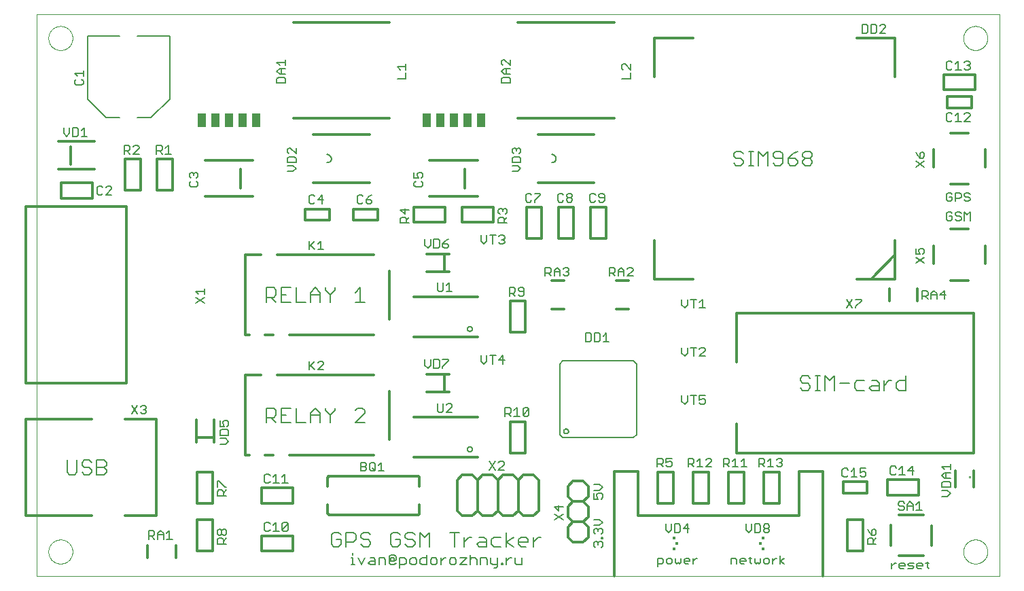
<source format=gbr>
G75*
%MOIN*%
%OFA0B0*%
%FSLAX25Y25*%
%IPPOS*%
%LPD*%
%AMOC8*
5,1,8,0,0,1.08239X$1,22.5*
%
%ADD10C,0.00000*%
%ADD11C,0.01181*%
%ADD12C,0.00800*%
%ADD13C,0.00600*%
%ADD14C,0.00500*%
%ADD15R,0.04200X0.07050*%
%ADD16C,0.00787*%
%ADD17C,0.00394*%
%ADD18R,0.01673X0.01280*%
%ADD19R,0.01378X0.01378*%
D10*
X0006906Y0001800D02*
X0006906Y0277391D01*
X0479346Y0277391D01*
X0479346Y0001800D01*
X0006906Y0001800D01*
X0012811Y0013611D02*
X0012813Y0013764D01*
X0012819Y0013918D01*
X0012829Y0014071D01*
X0012843Y0014223D01*
X0012861Y0014376D01*
X0012883Y0014527D01*
X0012908Y0014678D01*
X0012938Y0014829D01*
X0012972Y0014979D01*
X0013009Y0015127D01*
X0013050Y0015275D01*
X0013095Y0015421D01*
X0013144Y0015567D01*
X0013197Y0015711D01*
X0013253Y0015853D01*
X0013313Y0015994D01*
X0013377Y0016134D01*
X0013444Y0016272D01*
X0013515Y0016408D01*
X0013590Y0016542D01*
X0013667Y0016674D01*
X0013749Y0016804D01*
X0013833Y0016932D01*
X0013921Y0017058D01*
X0014012Y0017181D01*
X0014106Y0017302D01*
X0014204Y0017420D01*
X0014304Y0017536D01*
X0014408Y0017649D01*
X0014514Y0017760D01*
X0014623Y0017868D01*
X0014735Y0017973D01*
X0014849Y0018074D01*
X0014967Y0018173D01*
X0015086Y0018269D01*
X0015208Y0018362D01*
X0015333Y0018451D01*
X0015460Y0018538D01*
X0015589Y0018620D01*
X0015720Y0018700D01*
X0015853Y0018776D01*
X0015988Y0018849D01*
X0016125Y0018918D01*
X0016264Y0018983D01*
X0016404Y0019045D01*
X0016546Y0019103D01*
X0016689Y0019158D01*
X0016834Y0019209D01*
X0016980Y0019256D01*
X0017127Y0019299D01*
X0017275Y0019338D01*
X0017424Y0019374D01*
X0017574Y0019405D01*
X0017725Y0019433D01*
X0017876Y0019457D01*
X0018029Y0019477D01*
X0018181Y0019493D01*
X0018334Y0019505D01*
X0018487Y0019513D01*
X0018640Y0019517D01*
X0018794Y0019517D01*
X0018947Y0019513D01*
X0019100Y0019505D01*
X0019253Y0019493D01*
X0019405Y0019477D01*
X0019558Y0019457D01*
X0019709Y0019433D01*
X0019860Y0019405D01*
X0020010Y0019374D01*
X0020159Y0019338D01*
X0020307Y0019299D01*
X0020454Y0019256D01*
X0020600Y0019209D01*
X0020745Y0019158D01*
X0020888Y0019103D01*
X0021030Y0019045D01*
X0021170Y0018983D01*
X0021309Y0018918D01*
X0021446Y0018849D01*
X0021581Y0018776D01*
X0021714Y0018700D01*
X0021845Y0018620D01*
X0021974Y0018538D01*
X0022101Y0018451D01*
X0022226Y0018362D01*
X0022348Y0018269D01*
X0022467Y0018173D01*
X0022585Y0018074D01*
X0022699Y0017973D01*
X0022811Y0017868D01*
X0022920Y0017760D01*
X0023026Y0017649D01*
X0023130Y0017536D01*
X0023230Y0017420D01*
X0023328Y0017302D01*
X0023422Y0017181D01*
X0023513Y0017058D01*
X0023601Y0016932D01*
X0023685Y0016804D01*
X0023767Y0016674D01*
X0023844Y0016542D01*
X0023919Y0016408D01*
X0023990Y0016272D01*
X0024057Y0016134D01*
X0024121Y0015994D01*
X0024181Y0015853D01*
X0024237Y0015711D01*
X0024290Y0015567D01*
X0024339Y0015421D01*
X0024384Y0015275D01*
X0024425Y0015127D01*
X0024462Y0014979D01*
X0024496Y0014829D01*
X0024526Y0014678D01*
X0024551Y0014527D01*
X0024573Y0014376D01*
X0024591Y0014223D01*
X0024605Y0014071D01*
X0024615Y0013918D01*
X0024621Y0013764D01*
X0024623Y0013611D01*
X0024621Y0013458D01*
X0024615Y0013304D01*
X0024605Y0013151D01*
X0024591Y0012999D01*
X0024573Y0012846D01*
X0024551Y0012695D01*
X0024526Y0012544D01*
X0024496Y0012393D01*
X0024462Y0012243D01*
X0024425Y0012095D01*
X0024384Y0011947D01*
X0024339Y0011801D01*
X0024290Y0011655D01*
X0024237Y0011511D01*
X0024181Y0011369D01*
X0024121Y0011228D01*
X0024057Y0011088D01*
X0023990Y0010950D01*
X0023919Y0010814D01*
X0023844Y0010680D01*
X0023767Y0010548D01*
X0023685Y0010418D01*
X0023601Y0010290D01*
X0023513Y0010164D01*
X0023422Y0010041D01*
X0023328Y0009920D01*
X0023230Y0009802D01*
X0023130Y0009686D01*
X0023026Y0009573D01*
X0022920Y0009462D01*
X0022811Y0009354D01*
X0022699Y0009249D01*
X0022585Y0009148D01*
X0022467Y0009049D01*
X0022348Y0008953D01*
X0022226Y0008860D01*
X0022101Y0008771D01*
X0021974Y0008684D01*
X0021845Y0008602D01*
X0021714Y0008522D01*
X0021581Y0008446D01*
X0021446Y0008373D01*
X0021309Y0008304D01*
X0021170Y0008239D01*
X0021030Y0008177D01*
X0020888Y0008119D01*
X0020745Y0008064D01*
X0020600Y0008013D01*
X0020454Y0007966D01*
X0020307Y0007923D01*
X0020159Y0007884D01*
X0020010Y0007848D01*
X0019860Y0007817D01*
X0019709Y0007789D01*
X0019558Y0007765D01*
X0019405Y0007745D01*
X0019253Y0007729D01*
X0019100Y0007717D01*
X0018947Y0007709D01*
X0018794Y0007705D01*
X0018640Y0007705D01*
X0018487Y0007709D01*
X0018334Y0007717D01*
X0018181Y0007729D01*
X0018029Y0007745D01*
X0017876Y0007765D01*
X0017725Y0007789D01*
X0017574Y0007817D01*
X0017424Y0007848D01*
X0017275Y0007884D01*
X0017127Y0007923D01*
X0016980Y0007966D01*
X0016834Y0008013D01*
X0016689Y0008064D01*
X0016546Y0008119D01*
X0016404Y0008177D01*
X0016264Y0008239D01*
X0016125Y0008304D01*
X0015988Y0008373D01*
X0015853Y0008446D01*
X0015720Y0008522D01*
X0015589Y0008602D01*
X0015460Y0008684D01*
X0015333Y0008771D01*
X0015208Y0008860D01*
X0015086Y0008953D01*
X0014967Y0009049D01*
X0014849Y0009148D01*
X0014735Y0009249D01*
X0014623Y0009354D01*
X0014514Y0009462D01*
X0014408Y0009573D01*
X0014304Y0009686D01*
X0014204Y0009802D01*
X0014106Y0009920D01*
X0014012Y0010041D01*
X0013921Y0010164D01*
X0013833Y0010290D01*
X0013749Y0010418D01*
X0013667Y0010548D01*
X0013590Y0010680D01*
X0013515Y0010814D01*
X0013444Y0010950D01*
X0013377Y0011088D01*
X0013313Y0011228D01*
X0013253Y0011369D01*
X0013197Y0011511D01*
X0013144Y0011655D01*
X0013095Y0011801D01*
X0013050Y0011947D01*
X0013009Y0012095D01*
X0012972Y0012243D01*
X0012938Y0012393D01*
X0012908Y0012544D01*
X0012883Y0012695D01*
X0012861Y0012846D01*
X0012843Y0012999D01*
X0012829Y0013151D01*
X0012819Y0013304D01*
X0012813Y0013458D01*
X0012811Y0013611D01*
X0461629Y0013611D02*
X0461631Y0013764D01*
X0461637Y0013918D01*
X0461647Y0014071D01*
X0461661Y0014223D01*
X0461679Y0014376D01*
X0461701Y0014527D01*
X0461726Y0014678D01*
X0461756Y0014829D01*
X0461790Y0014979D01*
X0461827Y0015127D01*
X0461868Y0015275D01*
X0461913Y0015421D01*
X0461962Y0015567D01*
X0462015Y0015711D01*
X0462071Y0015853D01*
X0462131Y0015994D01*
X0462195Y0016134D01*
X0462262Y0016272D01*
X0462333Y0016408D01*
X0462408Y0016542D01*
X0462485Y0016674D01*
X0462567Y0016804D01*
X0462651Y0016932D01*
X0462739Y0017058D01*
X0462830Y0017181D01*
X0462924Y0017302D01*
X0463022Y0017420D01*
X0463122Y0017536D01*
X0463226Y0017649D01*
X0463332Y0017760D01*
X0463441Y0017868D01*
X0463553Y0017973D01*
X0463667Y0018074D01*
X0463785Y0018173D01*
X0463904Y0018269D01*
X0464026Y0018362D01*
X0464151Y0018451D01*
X0464278Y0018538D01*
X0464407Y0018620D01*
X0464538Y0018700D01*
X0464671Y0018776D01*
X0464806Y0018849D01*
X0464943Y0018918D01*
X0465082Y0018983D01*
X0465222Y0019045D01*
X0465364Y0019103D01*
X0465507Y0019158D01*
X0465652Y0019209D01*
X0465798Y0019256D01*
X0465945Y0019299D01*
X0466093Y0019338D01*
X0466242Y0019374D01*
X0466392Y0019405D01*
X0466543Y0019433D01*
X0466694Y0019457D01*
X0466847Y0019477D01*
X0466999Y0019493D01*
X0467152Y0019505D01*
X0467305Y0019513D01*
X0467458Y0019517D01*
X0467612Y0019517D01*
X0467765Y0019513D01*
X0467918Y0019505D01*
X0468071Y0019493D01*
X0468223Y0019477D01*
X0468376Y0019457D01*
X0468527Y0019433D01*
X0468678Y0019405D01*
X0468828Y0019374D01*
X0468977Y0019338D01*
X0469125Y0019299D01*
X0469272Y0019256D01*
X0469418Y0019209D01*
X0469563Y0019158D01*
X0469706Y0019103D01*
X0469848Y0019045D01*
X0469988Y0018983D01*
X0470127Y0018918D01*
X0470264Y0018849D01*
X0470399Y0018776D01*
X0470532Y0018700D01*
X0470663Y0018620D01*
X0470792Y0018538D01*
X0470919Y0018451D01*
X0471044Y0018362D01*
X0471166Y0018269D01*
X0471285Y0018173D01*
X0471403Y0018074D01*
X0471517Y0017973D01*
X0471629Y0017868D01*
X0471738Y0017760D01*
X0471844Y0017649D01*
X0471948Y0017536D01*
X0472048Y0017420D01*
X0472146Y0017302D01*
X0472240Y0017181D01*
X0472331Y0017058D01*
X0472419Y0016932D01*
X0472503Y0016804D01*
X0472585Y0016674D01*
X0472662Y0016542D01*
X0472737Y0016408D01*
X0472808Y0016272D01*
X0472875Y0016134D01*
X0472939Y0015994D01*
X0472999Y0015853D01*
X0473055Y0015711D01*
X0473108Y0015567D01*
X0473157Y0015421D01*
X0473202Y0015275D01*
X0473243Y0015127D01*
X0473280Y0014979D01*
X0473314Y0014829D01*
X0473344Y0014678D01*
X0473369Y0014527D01*
X0473391Y0014376D01*
X0473409Y0014223D01*
X0473423Y0014071D01*
X0473433Y0013918D01*
X0473439Y0013764D01*
X0473441Y0013611D01*
X0473439Y0013458D01*
X0473433Y0013304D01*
X0473423Y0013151D01*
X0473409Y0012999D01*
X0473391Y0012846D01*
X0473369Y0012695D01*
X0473344Y0012544D01*
X0473314Y0012393D01*
X0473280Y0012243D01*
X0473243Y0012095D01*
X0473202Y0011947D01*
X0473157Y0011801D01*
X0473108Y0011655D01*
X0473055Y0011511D01*
X0472999Y0011369D01*
X0472939Y0011228D01*
X0472875Y0011088D01*
X0472808Y0010950D01*
X0472737Y0010814D01*
X0472662Y0010680D01*
X0472585Y0010548D01*
X0472503Y0010418D01*
X0472419Y0010290D01*
X0472331Y0010164D01*
X0472240Y0010041D01*
X0472146Y0009920D01*
X0472048Y0009802D01*
X0471948Y0009686D01*
X0471844Y0009573D01*
X0471738Y0009462D01*
X0471629Y0009354D01*
X0471517Y0009249D01*
X0471403Y0009148D01*
X0471285Y0009049D01*
X0471166Y0008953D01*
X0471044Y0008860D01*
X0470919Y0008771D01*
X0470792Y0008684D01*
X0470663Y0008602D01*
X0470532Y0008522D01*
X0470399Y0008446D01*
X0470264Y0008373D01*
X0470127Y0008304D01*
X0469988Y0008239D01*
X0469848Y0008177D01*
X0469706Y0008119D01*
X0469563Y0008064D01*
X0469418Y0008013D01*
X0469272Y0007966D01*
X0469125Y0007923D01*
X0468977Y0007884D01*
X0468828Y0007848D01*
X0468678Y0007817D01*
X0468527Y0007789D01*
X0468376Y0007765D01*
X0468223Y0007745D01*
X0468071Y0007729D01*
X0467918Y0007717D01*
X0467765Y0007709D01*
X0467612Y0007705D01*
X0467458Y0007705D01*
X0467305Y0007709D01*
X0467152Y0007717D01*
X0466999Y0007729D01*
X0466847Y0007745D01*
X0466694Y0007765D01*
X0466543Y0007789D01*
X0466392Y0007817D01*
X0466242Y0007848D01*
X0466093Y0007884D01*
X0465945Y0007923D01*
X0465798Y0007966D01*
X0465652Y0008013D01*
X0465507Y0008064D01*
X0465364Y0008119D01*
X0465222Y0008177D01*
X0465082Y0008239D01*
X0464943Y0008304D01*
X0464806Y0008373D01*
X0464671Y0008446D01*
X0464538Y0008522D01*
X0464407Y0008602D01*
X0464278Y0008684D01*
X0464151Y0008771D01*
X0464026Y0008860D01*
X0463904Y0008953D01*
X0463785Y0009049D01*
X0463667Y0009148D01*
X0463553Y0009249D01*
X0463441Y0009354D01*
X0463332Y0009462D01*
X0463226Y0009573D01*
X0463122Y0009686D01*
X0463022Y0009802D01*
X0462924Y0009920D01*
X0462830Y0010041D01*
X0462739Y0010164D01*
X0462651Y0010290D01*
X0462567Y0010418D01*
X0462485Y0010548D01*
X0462408Y0010680D01*
X0462333Y0010814D01*
X0462262Y0010950D01*
X0462195Y0011088D01*
X0462131Y0011228D01*
X0462071Y0011369D01*
X0462015Y0011511D01*
X0461962Y0011655D01*
X0461913Y0011801D01*
X0461868Y0011947D01*
X0461827Y0012095D01*
X0461790Y0012243D01*
X0461756Y0012393D01*
X0461726Y0012544D01*
X0461701Y0012695D01*
X0461679Y0012846D01*
X0461661Y0012999D01*
X0461647Y0013151D01*
X0461637Y0013304D01*
X0461631Y0013458D01*
X0461629Y0013611D01*
X0461629Y0265580D02*
X0461631Y0265733D01*
X0461637Y0265887D01*
X0461647Y0266040D01*
X0461661Y0266192D01*
X0461679Y0266345D01*
X0461701Y0266496D01*
X0461726Y0266647D01*
X0461756Y0266798D01*
X0461790Y0266948D01*
X0461827Y0267096D01*
X0461868Y0267244D01*
X0461913Y0267390D01*
X0461962Y0267536D01*
X0462015Y0267680D01*
X0462071Y0267822D01*
X0462131Y0267963D01*
X0462195Y0268103D01*
X0462262Y0268241D01*
X0462333Y0268377D01*
X0462408Y0268511D01*
X0462485Y0268643D01*
X0462567Y0268773D01*
X0462651Y0268901D01*
X0462739Y0269027D01*
X0462830Y0269150D01*
X0462924Y0269271D01*
X0463022Y0269389D01*
X0463122Y0269505D01*
X0463226Y0269618D01*
X0463332Y0269729D01*
X0463441Y0269837D01*
X0463553Y0269942D01*
X0463667Y0270043D01*
X0463785Y0270142D01*
X0463904Y0270238D01*
X0464026Y0270331D01*
X0464151Y0270420D01*
X0464278Y0270507D01*
X0464407Y0270589D01*
X0464538Y0270669D01*
X0464671Y0270745D01*
X0464806Y0270818D01*
X0464943Y0270887D01*
X0465082Y0270952D01*
X0465222Y0271014D01*
X0465364Y0271072D01*
X0465507Y0271127D01*
X0465652Y0271178D01*
X0465798Y0271225D01*
X0465945Y0271268D01*
X0466093Y0271307D01*
X0466242Y0271343D01*
X0466392Y0271374D01*
X0466543Y0271402D01*
X0466694Y0271426D01*
X0466847Y0271446D01*
X0466999Y0271462D01*
X0467152Y0271474D01*
X0467305Y0271482D01*
X0467458Y0271486D01*
X0467612Y0271486D01*
X0467765Y0271482D01*
X0467918Y0271474D01*
X0468071Y0271462D01*
X0468223Y0271446D01*
X0468376Y0271426D01*
X0468527Y0271402D01*
X0468678Y0271374D01*
X0468828Y0271343D01*
X0468977Y0271307D01*
X0469125Y0271268D01*
X0469272Y0271225D01*
X0469418Y0271178D01*
X0469563Y0271127D01*
X0469706Y0271072D01*
X0469848Y0271014D01*
X0469988Y0270952D01*
X0470127Y0270887D01*
X0470264Y0270818D01*
X0470399Y0270745D01*
X0470532Y0270669D01*
X0470663Y0270589D01*
X0470792Y0270507D01*
X0470919Y0270420D01*
X0471044Y0270331D01*
X0471166Y0270238D01*
X0471285Y0270142D01*
X0471403Y0270043D01*
X0471517Y0269942D01*
X0471629Y0269837D01*
X0471738Y0269729D01*
X0471844Y0269618D01*
X0471948Y0269505D01*
X0472048Y0269389D01*
X0472146Y0269271D01*
X0472240Y0269150D01*
X0472331Y0269027D01*
X0472419Y0268901D01*
X0472503Y0268773D01*
X0472585Y0268643D01*
X0472662Y0268511D01*
X0472737Y0268377D01*
X0472808Y0268241D01*
X0472875Y0268103D01*
X0472939Y0267963D01*
X0472999Y0267822D01*
X0473055Y0267680D01*
X0473108Y0267536D01*
X0473157Y0267390D01*
X0473202Y0267244D01*
X0473243Y0267096D01*
X0473280Y0266948D01*
X0473314Y0266798D01*
X0473344Y0266647D01*
X0473369Y0266496D01*
X0473391Y0266345D01*
X0473409Y0266192D01*
X0473423Y0266040D01*
X0473433Y0265887D01*
X0473439Y0265733D01*
X0473441Y0265580D01*
X0473439Y0265427D01*
X0473433Y0265273D01*
X0473423Y0265120D01*
X0473409Y0264968D01*
X0473391Y0264815D01*
X0473369Y0264664D01*
X0473344Y0264513D01*
X0473314Y0264362D01*
X0473280Y0264212D01*
X0473243Y0264064D01*
X0473202Y0263916D01*
X0473157Y0263770D01*
X0473108Y0263624D01*
X0473055Y0263480D01*
X0472999Y0263338D01*
X0472939Y0263197D01*
X0472875Y0263057D01*
X0472808Y0262919D01*
X0472737Y0262783D01*
X0472662Y0262649D01*
X0472585Y0262517D01*
X0472503Y0262387D01*
X0472419Y0262259D01*
X0472331Y0262133D01*
X0472240Y0262010D01*
X0472146Y0261889D01*
X0472048Y0261771D01*
X0471948Y0261655D01*
X0471844Y0261542D01*
X0471738Y0261431D01*
X0471629Y0261323D01*
X0471517Y0261218D01*
X0471403Y0261117D01*
X0471285Y0261018D01*
X0471166Y0260922D01*
X0471044Y0260829D01*
X0470919Y0260740D01*
X0470792Y0260653D01*
X0470663Y0260571D01*
X0470532Y0260491D01*
X0470399Y0260415D01*
X0470264Y0260342D01*
X0470127Y0260273D01*
X0469988Y0260208D01*
X0469848Y0260146D01*
X0469706Y0260088D01*
X0469563Y0260033D01*
X0469418Y0259982D01*
X0469272Y0259935D01*
X0469125Y0259892D01*
X0468977Y0259853D01*
X0468828Y0259817D01*
X0468678Y0259786D01*
X0468527Y0259758D01*
X0468376Y0259734D01*
X0468223Y0259714D01*
X0468071Y0259698D01*
X0467918Y0259686D01*
X0467765Y0259678D01*
X0467612Y0259674D01*
X0467458Y0259674D01*
X0467305Y0259678D01*
X0467152Y0259686D01*
X0466999Y0259698D01*
X0466847Y0259714D01*
X0466694Y0259734D01*
X0466543Y0259758D01*
X0466392Y0259786D01*
X0466242Y0259817D01*
X0466093Y0259853D01*
X0465945Y0259892D01*
X0465798Y0259935D01*
X0465652Y0259982D01*
X0465507Y0260033D01*
X0465364Y0260088D01*
X0465222Y0260146D01*
X0465082Y0260208D01*
X0464943Y0260273D01*
X0464806Y0260342D01*
X0464671Y0260415D01*
X0464538Y0260491D01*
X0464407Y0260571D01*
X0464278Y0260653D01*
X0464151Y0260740D01*
X0464026Y0260829D01*
X0463904Y0260922D01*
X0463785Y0261018D01*
X0463667Y0261117D01*
X0463553Y0261218D01*
X0463441Y0261323D01*
X0463332Y0261431D01*
X0463226Y0261542D01*
X0463122Y0261655D01*
X0463022Y0261771D01*
X0462924Y0261889D01*
X0462830Y0262010D01*
X0462739Y0262133D01*
X0462651Y0262259D01*
X0462567Y0262387D01*
X0462485Y0262517D01*
X0462408Y0262649D01*
X0462333Y0262783D01*
X0462262Y0262919D01*
X0462195Y0263057D01*
X0462131Y0263197D01*
X0462071Y0263338D01*
X0462015Y0263480D01*
X0461962Y0263624D01*
X0461913Y0263770D01*
X0461868Y0263916D01*
X0461827Y0264064D01*
X0461790Y0264212D01*
X0461756Y0264362D01*
X0461726Y0264513D01*
X0461701Y0264664D01*
X0461679Y0264815D01*
X0461661Y0264968D01*
X0461647Y0265120D01*
X0461637Y0265273D01*
X0461631Y0265427D01*
X0461629Y0265580D01*
X0012811Y0265580D02*
X0012813Y0265733D01*
X0012819Y0265887D01*
X0012829Y0266040D01*
X0012843Y0266192D01*
X0012861Y0266345D01*
X0012883Y0266496D01*
X0012908Y0266647D01*
X0012938Y0266798D01*
X0012972Y0266948D01*
X0013009Y0267096D01*
X0013050Y0267244D01*
X0013095Y0267390D01*
X0013144Y0267536D01*
X0013197Y0267680D01*
X0013253Y0267822D01*
X0013313Y0267963D01*
X0013377Y0268103D01*
X0013444Y0268241D01*
X0013515Y0268377D01*
X0013590Y0268511D01*
X0013667Y0268643D01*
X0013749Y0268773D01*
X0013833Y0268901D01*
X0013921Y0269027D01*
X0014012Y0269150D01*
X0014106Y0269271D01*
X0014204Y0269389D01*
X0014304Y0269505D01*
X0014408Y0269618D01*
X0014514Y0269729D01*
X0014623Y0269837D01*
X0014735Y0269942D01*
X0014849Y0270043D01*
X0014967Y0270142D01*
X0015086Y0270238D01*
X0015208Y0270331D01*
X0015333Y0270420D01*
X0015460Y0270507D01*
X0015589Y0270589D01*
X0015720Y0270669D01*
X0015853Y0270745D01*
X0015988Y0270818D01*
X0016125Y0270887D01*
X0016264Y0270952D01*
X0016404Y0271014D01*
X0016546Y0271072D01*
X0016689Y0271127D01*
X0016834Y0271178D01*
X0016980Y0271225D01*
X0017127Y0271268D01*
X0017275Y0271307D01*
X0017424Y0271343D01*
X0017574Y0271374D01*
X0017725Y0271402D01*
X0017876Y0271426D01*
X0018029Y0271446D01*
X0018181Y0271462D01*
X0018334Y0271474D01*
X0018487Y0271482D01*
X0018640Y0271486D01*
X0018794Y0271486D01*
X0018947Y0271482D01*
X0019100Y0271474D01*
X0019253Y0271462D01*
X0019405Y0271446D01*
X0019558Y0271426D01*
X0019709Y0271402D01*
X0019860Y0271374D01*
X0020010Y0271343D01*
X0020159Y0271307D01*
X0020307Y0271268D01*
X0020454Y0271225D01*
X0020600Y0271178D01*
X0020745Y0271127D01*
X0020888Y0271072D01*
X0021030Y0271014D01*
X0021170Y0270952D01*
X0021309Y0270887D01*
X0021446Y0270818D01*
X0021581Y0270745D01*
X0021714Y0270669D01*
X0021845Y0270589D01*
X0021974Y0270507D01*
X0022101Y0270420D01*
X0022226Y0270331D01*
X0022348Y0270238D01*
X0022467Y0270142D01*
X0022585Y0270043D01*
X0022699Y0269942D01*
X0022811Y0269837D01*
X0022920Y0269729D01*
X0023026Y0269618D01*
X0023130Y0269505D01*
X0023230Y0269389D01*
X0023328Y0269271D01*
X0023422Y0269150D01*
X0023513Y0269027D01*
X0023601Y0268901D01*
X0023685Y0268773D01*
X0023767Y0268643D01*
X0023844Y0268511D01*
X0023919Y0268377D01*
X0023990Y0268241D01*
X0024057Y0268103D01*
X0024121Y0267963D01*
X0024181Y0267822D01*
X0024237Y0267680D01*
X0024290Y0267536D01*
X0024339Y0267390D01*
X0024384Y0267244D01*
X0024425Y0267096D01*
X0024462Y0266948D01*
X0024496Y0266798D01*
X0024526Y0266647D01*
X0024551Y0266496D01*
X0024573Y0266345D01*
X0024591Y0266192D01*
X0024605Y0266040D01*
X0024615Y0265887D01*
X0024621Y0265733D01*
X0024623Y0265580D01*
X0024621Y0265427D01*
X0024615Y0265273D01*
X0024605Y0265120D01*
X0024591Y0264968D01*
X0024573Y0264815D01*
X0024551Y0264664D01*
X0024526Y0264513D01*
X0024496Y0264362D01*
X0024462Y0264212D01*
X0024425Y0264064D01*
X0024384Y0263916D01*
X0024339Y0263770D01*
X0024290Y0263624D01*
X0024237Y0263480D01*
X0024181Y0263338D01*
X0024121Y0263197D01*
X0024057Y0263057D01*
X0023990Y0262919D01*
X0023919Y0262783D01*
X0023844Y0262649D01*
X0023767Y0262517D01*
X0023685Y0262387D01*
X0023601Y0262259D01*
X0023513Y0262133D01*
X0023422Y0262010D01*
X0023328Y0261889D01*
X0023230Y0261771D01*
X0023130Y0261655D01*
X0023026Y0261542D01*
X0022920Y0261431D01*
X0022811Y0261323D01*
X0022699Y0261218D01*
X0022585Y0261117D01*
X0022467Y0261018D01*
X0022348Y0260922D01*
X0022226Y0260829D01*
X0022101Y0260740D01*
X0021974Y0260653D01*
X0021845Y0260571D01*
X0021714Y0260491D01*
X0021581Y0260415D01*
X0021446Y0260342D01*
X0021309Y0260273D01*
X0021170Y0260208D01*
X0021030Y0260146D01*
X0020888Y0260088D01*
X0020745Y0260033D01*
X0020600Y0259982D01*
X0020454Y0259935D01*
X0020307Y0259892D01*
X0020159Y0259853D01*
X0020010Y0259817D01*
X0019860Y0259786D01*
X0019709Y0259758D01*
X0019558Y0259734D01*
X0019405Y0259714D01*
X0019253Y0259698D01*
X0019100Y0259686D01*
X0018947Y0259678D01*
X0018794Y0259674D01*
X0018640Y0259674D01*
X0018487Y0259678D01*
X0018334Y0259686D01*
X0018181Y0259698D01*
X0018029Y0259714D01*
X0017876Y0259734D01*
X0017725Y0259758D01*
X0017574Y0259786D01*
X0017424Y0259817D01*
X0017275Y0259853D01*
X0017127Y0259892D01*
X0016980Y0259935D01*
X0016834Y0259982D01*
X0016689Y0260033D01*
X0016546Y0260088D01*
X0016404Y0260146D01*
X0016264Y0260208D01*
X0016125Y0260273D01*
X0015988Y0260342D01*
X0015853Y0260415D01*
X0015720Y0260491D01*
X0015589Y0260571D01*
X0015460Y0260653D01*
X0015333Y0260740D01*
X0015208Y0260829D01*
X0015086Y0260922D01*
X0014967Y0261018D01*
X0014849Y0261117D01*
X0014735Y0261218D01*
X0014623Y0261323D01*
X0014514Y0261431D01*
X0014408Y0261542D01*
X0014304Y0261655D01*
X0014204Y0261771D01*
X0014106Y0261889D01*
X0014012Y0262010D01*
X0013921Y0262133D01*
X0013833Y0262259D01*
X0013749Y0262387D01*
X0013667Y0262517D01*
X0013590Y0262649D01*
X0013515Y0262783D01*
X0013444Y0262919D01*
X0013377Y0263057D01*
X0013313Y0263197D01*
X0013253Y0263338D01*
X0013197Y0263480D01*
X0013144Y0263624D01*
X0013095Y0263770D01*
X0013050Y0263916D01*
X0013009Y0264064D01*
X0012972Y0264212D01*
X0012938Y0264362D01*
X0012908Y0264513D01*
X0012883Y0264664D01*
X0012861Y0264815D01*
X0012843Y0264968D01*
X0012829Y0265120D01*
X0012819Y0265273D01*
X0012813Y0265427D01*
X0012811Y0265580D01*
D11*
X0017732Y0214989D02*
X0035449Y0214989D01*
X0023835Y0212430D02*
X0023835Y0203769D01*
X0017732Y0201209D02*
X0035449Y0201209D01*
X0050409Y0206328D02*
X0057890Y0206328D01*
X0057890Y0190973D01*
X0050409Y0190973D01*
X0050409Y0206328D01*
X0066157Y0206328D02*
X0073638Y0206328D01*
X0073638Y0190973D01*
X0066157Y0190973D01*
X0066157Y0206328D01*
X0089583Y0205540D02*
X0113205Y0205540D01*
X0106906Y0201406D02*
X0106906Y0191957D01*
X0113205Y0187824D02*
X0089583Y0187824D01*
X0051000Y0182902D02*
X0001591Y0182902D01*
X0001591Y0096288D01*
X0051000Y0096288D01*
X0051000Y0182902D01*
X0034268Y0187036D02*
X0034268Y0194517D01*
X0018913Y0194517D01*
X0018913Y0187036D01*
X0034268Y0187036D01*
X0109268Y0159280D02*
X0117142Y0159280D01*
X0125016Y0159280D02*
X0172260Y0159280D01*
X0180134Y0151406D02*
X0180134Y0127784D01*
X0172260Y0119910D02*
X0130921Y0119910D01*
X0123047Y0119910D02*
X0119110Y0119910D01*
X0111236Y0119910D02*
X0109268Y0119910D01*
X0109268Y0159280D01*
X0138795Y0176209D02*
X0138795Y0181721D01*
X0150606Y0181721D01*
X0150606Y0176209D01*
X0138795Y0176209D01*
X0162417Y0176209D02*
X0162417Y0181721D01*
X0174228Y0181721D01*
X0174228Y0176209D01*
X0162417Y0176209D01*
X0170291Y0194713D02*
X0142732Y0194713D01*
X0142732Y0218335D02*
X0170291Y0218335D01*
X0180134Y0226209D02*
X0132890Y0226209D01*
X0199819Y0205540D02*
X0223441Y0205540D01*
X0217142Y0201406D02*
X0217142Y0191957D01*
X0223441Y0187824D02*
X0199819Y0187824D01*
X0192142Y0182706D02*
X0207496Y0182706D01*
X0207496Y0175225D01*
X0192142Y0175225D01*
X0192142Y0182706D01*
X0215764Y0182706D02*
X0215764Y0175225D01*
X0231118Y0175225D01*
X0231118Y0182706D01*
X0215764Y0182706D01*
X0247260Y0182706D02*
X0247260Y0167351D01*
X0254740Y0167351D01*
X0254740Y0182706D01*
X0247260Y0182706D01*
X0263008Y0182706D02*
X0270488Y0182706D01*
X0270488Y0167351D01*
X0263008Y0167351D01*
X0263008Y0182706D01*
X0278756Y0182706D02*
X0286236Y0182706D01*
X0286236Y0167351D01*
X0278756Y0167351D01*
X0278756Y0182706D01*
X0280528Y0194713D02*
X0252969Y0194713D01*
X0252969Y0218335D02*
X0280528Y0218335D01*
X0290370Y0226209D02*
X0243126Y0226209D01*
X0310055Y0246682D02*
X0310055Y0265580D01*
X0328953Y0265580D01*
X0290370Y0273454D02*
X0243126Y0273454D01*
X0180134Y0273454D02*
X0132890Y0273454D01*
X0310055Y0166367D02*
X0310055Y0147469D01*
X0328953Y0147469D01*
X0350409Y0130737D02*
X0350409Y0106524D01*
X0350409Y0130737D02*
X0466551Y0130737D01*
X0466551Y0061839D01*
X0350409Y0061839D01*
X0350409Y0076209D01*
X0353953Y0052784D02*
X0346472Y0052784D01*
X0346472Y0037430D01*
X0353953Y0037430D01*
X0353953Y0052784D01*
X0363795Y0052784D02*
X0371276Y0052784D01*
X0371276Y0037430D01*
X0363795Y0037430D01*
X0363795Y0052784D01*
X0380921Y0052981D02*
X0392732Y0052981D01*
X0392732Y0001800D01*
X0404740Y0013808D02*
X0404740Y0029162D01*
X0412220Y0029162D01*
X0412220Y0013808D01*
X0404740Y0013808D01*
X0426039Y0016603D02*
X0426039Y0026485D01*
X0429976Y0031485D02*
X0442102Y0031485D01*
X0446039Y0026367D02*
X0446039Y0016603D01*
X0442102Y0011485D02*
X0429976Y0011485D01*
X0424425Y0041367D02*
X0424425Y0048847D01*
X0439780Y0048847D01*
X0439780Y0041367D01*
X0424425Y0041367D01*
X0414386Y0042351D02*
X0402575Y0042351D01*
X0402575Y0047863D01*
X0414386Y0047863D01*
X0414386Y0042351D01*
X0380921Y0052981D02*
X0380921Y0031328D01*
X0302181Y0031328D01*
X0302181Y0052981D01*
X0290370Y0052981D01*
X0290370Y0001800D01*
X0275154Y0018296D02*
X0270154Y0018296D01*
X0267654Y0020796D01*
X0267654Y0025796D01*
X0270154Y0028296D01*
X0267654Y0030796D01*
X0267654Y0035796D01*
X0270154Y0038296D01*
X0267654Y0040796D01*
X0267654Y0045796D01*
X0270154Y0048296D01*
X0275154Y0048296D01*
X0277654Y0045796D01*
X0277654Y0040796D01*
X0275154Y0038296D01*
X0277654Y0035796D01*
X0277654Y0030796D01*
X0275154Y0028296D01*
X0277654Y0025796D01*
X0277654Y0020796D01*
X0275154Y0018296D01*
X0275154Y0028296D02*
X0270154Y0028296D01*
X0270154Y0038296D02*
X0275154Y0038296D01*
X0253283Y0033670D02*
X0253283Y0048670D01*
X0250783Y0051170D01*
X0245783Y0051170D01*
X0243283Y0048670D01*
X0243283Y0033670D01*
X0240783Y0031170D01*
X0235783Y0031170D01*
X0233283Y0033670D01*
X0233283Y0048670D01*
X0230783Y0051170D01*
X0225783Y0051170D01*
X0223283Y0048670D01*
X0220783Y0051170D01*
X0215783Y0051170D01*
X0213283Y0048670D01*
X0213283Y0033670D01*
X0215783Y0031170D01*
X0220783Y0031170D01*
X0223283Y0033670D01*
X0223283Y0048670D01*
X0233283Y0048670D02*
X0235783Y0051170D01*
X0240783Y0051170D01*
X0243283Y0048670D01*
X0223441Y0059950D02*
X0191945Y0059950D01*
X0193760Y0050670D02*
X0150760Y0050670D01*
X0150700Y0050668D01*
X0150639Y0050663D01*
X0150580Y0050654D01*
X0150521Y0050641D01*
X0150462Y0050625D01*
X0150405Y0050605D01*
X0150350Y0050582D01*
X0150295Y0050555D01*
X0150243Y0050526D01*
X0150192Y0050493D01*
X0150143Y0050457D01*
X0150097Y0050419D01*
X0150053Y0050377D01*
X0150011Y0050333D01*
X0149973Y0050287D01*
X0149937Y0050238D01*
X0149904Y0050187D01*
X0149875Y0050135D01*
X0149848Y0050080D01*
X0149825Y0050025D01*
X0149805Y0049968D01*
X0149789Y0049909D01*
X0149776Y0049850D01*
X0149767Y0049791D01*
X0149762Y0049730D01*
X0149760Y0049670D01*
X0149760Y0045670D01*
X0149760Y0036670D02*
X0149760Y0032670D01*
X0149762Y0032610D01*
X0149767Y0032549D01*
X0149776Y0032490D01*
X0149789Y0032431D01*
X0149805Y0032372D01*
X0149825Y0032315D01*
X0149848Y0032260D01*
X0149875Y0032205D01*
X0149904Y0032153D01*
X0149937Y0032102D01*
X0149973Y0032053D01*
X0150011Y0032007D01*
X0150053Y0031963D01*
X0150097Y0031921D01*
X0150143Y0031883D01*
X0150192Y0031847D01*
X0150243Y0031814D01*
X0150295Y0031785D01*
X0150350Y0031758D01*
X0150405Y0031735D01*
X0150462Y0031715D01*
X0150521Y0031699D01*
X0150580Y0031686D01*
X0150639Y0031677D01*
X0150700Y0031672D01*
X0150760Y0031670D01*
X0193760Y0031670D01*
X0193820Y0031672D01*
X0193881Y0031677D01*
X0193940Y0031686D01*
X0193999Y0031699D01*
X0194058Y0031715D01*
X0194115Y0031735D01*
X0194170Y0031758D01*
X0194225Y0031785D01*
X0194277Y0031814D01*
X0194328Y0031847D01*
X0194377Y0031883D01*
X0194423Y0031921D01*
X0194467Y0031963D01*
X0194509Y0032007D01*
X0194547Y0032053D01*
X0194583Y0032102D01*
X0194616Y0032153D01*
X0194645Y0032205D01*
X0194672Y0032260D01*
X0194695Y0032315D01*
X0194715Y0032372D01*
X0194731Y0032431D01*
X0194744Y0032490D01*
X0194753Y0032549D01*
X0194758Y0032610D01*
X0194760Y0032670D01*
X0194760Y0036670D01*
X0194760Y0045670D02*
X0194760Y0049670D01*
X0194758Y0049730D01*
X0194753Y0049791D01*
X0194744Y0049850D01*
X0194731Y0049909D01*
X0194715Y0049968D01*
X0194695Y0050025D01*
X0194672Y0050080D01*
X0194645Y0050135D01*
X0194616Y0050187D01*
X0194583Y0050238D01*
X0194547Y0050287D01*
X0194509Y0050333D01*
X0194467Y0050377D01*
X0194423Y0050419D01*
X0194377Y0050457D01*
X0194328Y0050493D01*
X0194277Y0050526D01*
X0194225Y0050555D01*
X0194170Y0050582D01*
X0194115Y0050605D01*
X0194058Y0050625D01*
X0193999Y0050641D01*
X0193940Y0050654D01*
X0193881Y0050663D01*
X0193820Y0050668D01*
X0193760Y0050670D01*
X0172260Y0060855D02*
X0130921Y0060855D01*
X0123047Y0060855D02*
X0119110Y0060855D01*
X0111236Y0060855D02*
X0109268Y0060855D01*
X0109268Y0100225D01*
X0117142Y0100225D01*
X0125016Y0100225D02*
X0172260Y0100225D01*
X0180134Y0092351D02*
X0180134Y0068729D01*
X0191945Y0079635D02*
X0223441Y0079635D01*
X0239386Y0077469D02*
X0246866Y0077469D01*
X0246866Y0062115D01*
X0239386Y0062115D01*
X0239386Y0077469D01*
X0209268Y0091957D02*
X0206906Y0091957D01*
X0198244Y0091957D01*
X0206906Y0091957D02*
X0206906Y0100619D01*
X0198244Y0100619D01*
X0206906Y0100619D02*
X0209268Y0100619D01*
X0223441Y0119005D02*
X0191945Y0119005D01*
X0191945Y0138690D02*
X0223441Y0138690D01*
X0239386Y0136524D02*
X0246866Y0136524D01*
X0246866Y0121170D01*
X0239386Y0121170D01*
X0239386Y0136524D01*
X0259858Y0132706D02*
X0265764Y0132706D01*
X0265764Y0146485D02*
X0259858Y0146485D01*
X0291354Y0146485D02*
X0297260Y0146485D01*
X0297260Y0132706D02*
X0291354Y0132706D01*
X0209268Y0151013D02*
X0206906Y0151013D01*
X0198244Y0151013D01*
X0206906Y0151013D02*
X0206906Y0159674D01*
X0198244Y0159674D01*
X0206906Y0159674D02*
X0209268Y0159674D01*
X0093913Y0078178D02*
X0093913Y0069517D01*
X0093913Y0067154D01*
X0093913Y0069517D02*
X0085252Y0069517D01*
X0085252Y0078178D01*
X0065764Y0078572D02*
X0050409Y0078572D01*
X0033874Y0078572D02*
X0001591Y0078572D01*
X0001591Y0031328D01*
X0033874Y0031328D01*
X0050409Y0031328D02*
X0065764Y0031328D01*
X0065764Y0078572D01*
X0085252Y0069517D02*
X0085252Y0067154D01*
X0085843Y0052784D02*
X0093323Y0052784D01*
X0093323Y0037430D01*
X0085843Y0037430D01*
X0085843Y0052784D01*
X0117339Y0044910D02*
X0117339Y0037430D01*
X0132693Y0037430D01*
X0132693Y0044910D01*
X0117339Y0044910D01*
X0093323Y0029162D02*
X0085843Y0029162D01*
X0085843Y0013808D01*
X0093323Y0013808D01*
X0093323Y0029162D01*
X0075213Y0016564D02*
X0075213Y0010658D01*
X0061433Y0010658D02*
X0061433Y0016564D01*
X0117339Y0013808D02*
X0117339Y0021288D01*
X0132693Y0021288D01*
X0132693Y0013808D01*
X0117339Y0013808D01*
X0223283Y0033670D02*
X0225783Y0031170D01*
X0230783Y0031170D01*
X0233283Y0033670D01*
X0243283Y0033670D02*
X0245783Y0031170D01*
X0250783Y0031170D01*
X0253283Y0033670D01*
X0311827Y0037430D02*
X0311827Y0052784D01*
X0319307Y0052784D01*
X0319307Y0037430D01*
X0311827Y0037430D01*
X0329150Y0037430D02*
X0329150Y0052784D01*
X0336630Y0052784D01*
X0336630Y0037430D01*
X0329150Y0037430D01*
X0457693Y0045304D02*
X0457693Y0053178D01*
X0466748Y0053178D02*
X0466748Y0045304D01*
X0438992Y0136643D02*
X0438992Y0142548D01*
X0428165Y0147469D02*
X0428165Y0159280D01*
X0416354Y0147469D01*
X0428165Y0147469D01*
X0425213Y0142548D02*
X0425213Y0136643D01*
X0416354Y0147469D02*
X0409268Y0147469D01*
X0428165Y0159280D02*
X0428165Y0166367D01*
X0447063Y0163611D02*
X0447063Y0154950D01*
X0455331Y0146682D02*
X0463992Y0146682D01*
X0472260Y0154950D02*
X0472260Y0163611D01*
X0463992Y0171879D02*
X0455331Y0171879D01*
X0455331Y0193926D02*
X0463992Y0193926D01*
X0472260Y0202194D02*
X0472260Y0210855D01*
X0463992Y0219123D02*
X0455331Y0219123D01*
X0447063Y0210855D02*
X0447063Y0202194D01*
X0453756Y0231328D02*
X0453756Y0236839D01*
X0465567Y0236839D01*
X0465567Y0231328D01*
X0453756Y0231328D01*
X0451984Y0240186D02*
X0451984Y0247666D01*
X0467339Y0247666D01*
X0467339Y0240186D01*
X0451984Y0240186D01*
X0428165Y0246682D02*
X0428165Y0265580D01*
X0409268Y0265580D01*
D12*
X0386342Y0210067D02*
X0387522Y0208887D01*
X0387522Y0207707D01*
X0386342Y0206527D01*
X0383982Y0206527D01*
X0382802Y0207707D01*
X0382802Y0208887D01*
X0383982Y0210067D01*
X0386342Y0210067D01*
X0380272Y0210067D02*
X0377912Y0208887D01*
X0375552Y0206527D01*
X0379092Y0206527D01*
X0380272Y0205347D01*
X0380272Y0204167D01*
X0379092Y0202987D01*
X0376732Y0202987D01*
X0375552Y0204167D01*
X0375552Y0206527D01*
X0373022Y0206527D02*
X0369482Y0206527D01*
X0368302Y0207707D01*
X0368302Y0208887D01*
X0369482Y0210067D01*
X0371842Y0210067D01*
X0373022Y0208887D01*
X0373022Y0204167D01*
X0371842Y0202987D01*
X0369482Y0202987D01*
X0368302Y0204167D01*
X0365772Y0202987D02*
X0365772Y0210067D01*
X0363412Y0207707D01*
X0361052Y0210067D01*
X0361052Y0202987D01*
X0358578Y0202987D02*
X0356218Y0202987D01*
X0357398Y0202987D02*
X0357398Y0210067D01*
X0356218Y0210067D02*
X0358578Y0210067D01*
X0353688Y0208887D02*
X0352508Y0210067D01*
X0350148Y0210067D01*
X0348968Y0208887D01*
X0348968Y0207707D01*
X0350148Y0206527D01*
X0352508Y0206527D01*
X0353688Y0205347D01*
X0353688Y0204167D01*
X0352508Y0202987D01*
X0350148Y0202987D01*
X0348968Y0204167D01*
X0382802Y0204167D02*
X0382802Y0205347D01*
X0383982Y0206527D01*
X0386342Y0206527D02*
X0387522Y0205347D01*
X0387522Y0204167D01*
X0386342Y0202987D01*
X0383982Y0202987D01*
X0382802Y0204167D01*
X0299819Y0107312D02*
X0265173Y0107312D01*
X0263598Y0105737D01*
X0263598Y0071091D01*
X0265173Y0069517D01*
X0299819Y0069517D01*
X0301394Y0071091D01*
X0301394Y0105737D01*
X0299819Y0107312D01*
X0381692Y0098651D02*
X0381692Y0097471D01*
X0382872Y0096291D01*
X0385232Y0096291D01*
X0386412Y0095111D01*
X0386412Y0093931D01*
X0385232Y0092751D01*
X0382872Y0092751D01*
X0381692Y0093931D01*
X0381692Y0098651D02*
X0382872Y0099831D01*
X0385232Y0099831D01*
X0386412Y0098651D01*
X0388942Y0099831D02*
X0391302Y0099831D01*
X0390122Y0099831D02*
X0390122Y0092751D01*
X0388942Y0092751D02*
X0391302Y0092751D01*
X0393776Y0092751D02*
X0393776Y0099831D01*
X0396136Y0097471D01*
X0398496Y0099831D01*
X0398496Y0092751D01*
X0401026Y0096291D02*
X0405746Y0096291D01*
X0408276Y0096291D02*
X0408276Y0093931D01*
X0409456Y0092751D01*
X0412996Y0092751D01*
X0415526Y0093931D02*
X0416706Y0095111D01*
X0420246Y0095111D01*
X0420246Y0096291D02*
X0420246Y0092751D01*
X0416706Y0092751D01*
X0415526Y0093931D01*
X0416706Y0097471D02*
X0419066Y0097471D01*
X0420246Y0096291D01*
X0422777Y0095111D02*
X0425137Y0097471D01*
X0426317Y0097471D01*
X0428819Y0096291D02*
X0429999Y0097471D01*
X0433539Y0097471D01*
X0433539Y0099831D02*
X0433539Y0092751D01*
X0429999Y0092751D01*
X0428819Y0093931D01*
X0428819Y0096291D01*
X0422777Y0097471D02*
X0422777Y0092751D01*
X0412996Y0097471D02*
X0409456Y0097471D01*
X0408276Y0096291D01*
X0254219Y0020700D02*
X0253039Y0020700D01*
X0250679Y0018340D01*
X0250679Y0015980D02*
X0250679Y0020700D01*
X0248148Y0019520D02*
X0248148Y0018340D01*
X0243428Y0018340D01*
X0243428Y0019520D02*
X0244608Y0020700D01*
X0246968Y0020700D01*
X0248148Y0019520D01*
X0246968Y0015980D02*
X0244608Y0015980D01*
X0243428Y0017160D01*
X0243428Y0019520D01*
X0240926Y0020700D02*
X0237386Y0018340D01*
X0240926Y0015980D01*
X0237386Y0015980D02*
X0237386Y0023060D01*
X0234856Y0020700D02*
X0231316Y0020700D01*
X0230136Y0019520D01*
X0230136Y0017160D01*
X0231316Y0015980D01*
X0234856Y0015980D01*
X0227606Y0015980D02*
X0227606Y0019520D01*
X0226426Y0020700D01*
X0224066Y0020700D01*
X0224066Y0018340D02*
X0227606Y0018340D01*
X0227606Y0015980D02*
X0224066Y0015980D01*
X0222886Y0017160D01*
X0224066Y0018340D01*
X0220384Y0020700D02*
X0219204Y0020700D01*
X0216844Y0018340D01*
X0216844Y0015980D02*
X0216844Y0020700D01*
X0214314Y0023060D02*
X0209594Y0023060D01*
X0211954Y0023060D02*
X0211954Y0015980D01*
X0199813Y0015980D02*
X0199813Y0023060D01*
X0197453Y0020700D01*
X0195093Y0023060D01*
X0195093Y0015980D01*
X0192563Y0017160D02*
X0191383Y0015980D01*
X0189023Y0015980D01*
X0187843Y0017160D01*
X0185312Y0017160D02*
X0184132Y0015980D01*
X0181772Y0015980D01*
X0180592Y0017160D01*
X0180592Y0021880D01*
X0181772Y0023060D01*
X0184132Y0023060D01*
X0185312Y0021880D01*
X0185312Y0019520D02*
X0182952Y0019520D01*
X0185312Y0019520D02*
X0185312Y0017160D01*
X0187843Y0020700D02*
X0189023Y0019520D01*
X0191383Y0019520D01*
X0192563Y0018340D01*
X0192563Y0017160D01*
X0192563Y0021880D02*
X0191383Y0023060D01*
X0189023Y0023060D01*
X0187843Y0021880D01*
X0187843Y0020700D01*
X0170812Y0021880D02*
X0169632Y0023060D01*
X0167272Y0023060D01*
X0166092Y0021880D01*
X0166092Y0020700D01*
X0167272Y0019520D01*
X0169632Y0019520D01*
X0170812Y0018340D01*
X0170812Y0017160D01*
X0169632Y0015980D01*
X0167272Y0015980D01*
X0166092Y0017160D01*
X0163562Y0019520D02*
X0162382Y0018340D01*
X0158842Y0018340D01*
X0158842Y0015980D02*
X0158842Y0023060D01*
X0162382Y0023060D01*
X0163562Y0021880D01*
X0163562Y0019520D01*
X0156311Y0019520D02*
X0153951Y0019520D01*
X0156311Y0019520D02*
X0156311Y0017160D01*
X0155131Y0015980D01*
X0152771Y0015980D01*
X0151591Y0017160D01*
X0151591Y0021880D01*
X0152771Y0023060D01*
X0155131Y0023060D01*
X0156311Y0021880D01*
X0151086Y0077003D02*
X0151086Y0080543D01*
X0153446Y0082903D01*
X0153446Y0084083D01*
X0151086Y0080543D02*
X0148726Y0082903D01*
X0148726Y0084083D01*
X0146196Y0081723D02*
X0146196Y0077003D01*
X0146196Y0080543D02*
X0141476Y0080543D01*
X0141476Y0081723D02*
X0141476Y0077003D01*
X0138945Y0077003D02*
X0134225Y0077003D01*
X0134225Y0084083D01*
X0131695Y0084083D02*
X0126975Y0084083D01*
X0126975Y0077003D01*
X0131695Y0077003D01*
X0129335Y0080543D02*
X0126975Y0080543D01*
X0124445Y0080543D02*
X0124445Y0082903D01*
X0123265Y0084083D01*
X0119725Y0084083D01*
X0119725Y0077003D01*
X0119725Y0079363D02*
X0123265Y0079363D01*
X0124445Y0080543D01*
X0122085Y0079363D02*
X0124445Y0077003D01*
X0141476Y0081723D02*
X0143836Y0084083D01*
X0146196Y0081723D01*
X0163226Y0082903D02*
X0164406Y0084083D01*
X0166766Y0084083D01*
X0167947Y0082903D01*
X0167947Y0081723D01*
X0163226Y0077003D01*
X0167947Y0077003D01*
X0167947Y0136058D02*
X0163226Y0136058D01*
X0165586Y0136058D02*
X0165586Y0143138D01*
X0163226Y0140778D01*
X0153446Y0141958D02*
X0153446Y0143138D01*
X0153446Y0141958D02*
X0151086Y0139598D01*
X0151086Y0136058D01*
X0146196Y0136058D02*
X0146196Y0140778D01*
X0143836Y0143138D01*
X0141476Y0140778D01*
X0141476Y0136058D01*
X0138945Y0136058D02*
X0134225Y0136058D01*
X0134225Y0143138D01*
X0131695Y0143138D02*
X0126975Y0143138D01*
X0126975Y0136058D01*
X0131695Y0136058D01*
X0129335Y0139598D02*
X0126975Y0139598D01*
X0124445Y0139598D02*
X0123265Y0138418D01*
X0119725Y0138418D01*
X0119725Y0136058D02*
X0119725Y0143138D01*
X0123265Y0143138D01*
X0124445Y0141958D01*
X0124445Y0139598D01*
X0122085Y0138418D02*
X0124445Y0136058D01*
X0141476Y0139598D02*
X0146196Y0139598D01*
X0148726Y0141958D02*
X0148726Y0143138D01*
X0148726Y0141958D02*
X0151086Y0139598D01*
X0041241Y0057313D02*
X0040061Y0058493D01*
X0036521Y0058493D01*
X0036521Y0051413D01*
X0040061Y0051413D01*
X0041241Y0052593D01*
X0041241Y0053773D01*
X0040061Y0054953D01*
X0036521Y0054953D01*
X0033991Y0053773D02*
X0033991Y0052593D01*
X0032811Y0051413D01*
X0030451Y0051413D01*
X0029271Y0052593D01*
X0026741Y0052593D02*
X0026741Y0058493D01*
X0029271Y0057313D02*
X0029271Y0056133D01*
X0030451Y0054953D01*
X0032811Y0054953D01*
X0033991Y0053773D01*
X0033991Y0057313D02*
X0032811Y0058493D01*
X0030451Y0058493D01*
X0029271Y0057313D01*
X0022021Y0058493D02*
X0022021Y0052593D01*
X0023201Y0051413D01*
X0025561Y0051413D01*
X0026741Y0052593D01*
X0040061Y0054953D02*
X0041241Y0056133D01*
X0041241Y0057313D01*
X0041157Y0226603D02*
X0032102Y0235658D01*
X0032102Y0266761D01*
X0047850Y0266761D01*
X0056512Y0266761D02*
X0072260Y0266761D01*
X0072260Y0235658D01*
X0063205Y0226603D01*
X0056512Y0226603D01*
X0047850Y0226603D02*
X0041157Y0226603D01*
D13*
X0162159Y0012953D02*
X0162159Y0012134D01*
X0162159Y0010495D02*
X0161340Y0010495D01*
X0162159Y0010495D02*
X0162159Y0007218D01*
X0161340Y0007218D02*
X0162978Y0007218D01*
X0166362Y0007218D02*
X0168000Y0010495D01*
X0170618Y0010495D02*
X0172256Y0010495D01*
X0173076Y0009676D01*
X0173076Y0007218D01*
X0170618Y0007218D01*
X0169798Y0008037D01*
X0170618Y0008857D01*
X0173076Y0008857D01*
X0174873Y0010495D02*
X0177331Y0010495D01*
X0178151Y0009676D01*
X0178151Y0007218D01*
X0179949Y0008037D02*
X0179949Y0011315D01*
X0180768Y0012134D01*
X0182407Y0012134D01*
X0183226Y0011315D01*
X0183226Y0009676D01*
X0182407Y0008857D01*
X0182407Y0010495D01*
X0180768Y0010495D01*
X0180768Y0008857D01*
X0182407Y0008857D01*
X0183226Y0008037D02*
X0182407Y0007218D01*
X0180768Y0007218D01*
X0179949Y0008037D01*
X0185024Y0007218D02*
X0187482Y0007218D01*
X0188301Y0008037D01*
X0188301Y0009676D01*
X0187482Y0010495D01*
X0185024Y0010495D01*
X0185024Y0005579D01*
X0190099Y0008037D02*
X0190918Y0007218D01*
X0192557Y0007218D01*
X0193376Y0008037D01*
X0193376Y0009676D01*
X0192557Y0010495D01*
X0190918Y0010495D01*
X0190099Y0009676D01*
X0190099Y0008037D01*
X0195174Y0008037D02*
X0195174Y0009676D01*
X0195994Y0010495D01*
X0198452Y0010495D01*
X0198452Y0012134D02*
X0198452Y0007218D01*
X0195994Y0007218D01*
X0195174Y0008037D01*
X0200249Y0008037D02*
X0200249Y0009676D01*
X0201069Y0010495D01*
X0202707Y0010495D01*
X0203527Y0009676D01*
X0203527Y0008037D01*
X0202707Y0007218D01*
X0201069Y0007218D01*
X0200249Y0008037D01*
X0205325Y0007218D02*
X0205325Y0010495D01*
X0205325Y0008857D02*
X0206963Y0010495D01*
X0207783Y0010495D01*
X0209554Y0009676D02*
X0209554Y0008037D01*
X0210373Y0007218D01*
X0212012Y0007218D01*
X0212831Y0008037D01*
X0212831Y0009676D01*
X0212012Y0010495D01*
X0210373Y0010495D01*
X0209554Y0009676D01*
X0214629Y0010495D02*
X0217907Y0010495D01*
X0214629Y0007218D01*
X0217907Y0007218D01*
X0219704Y0007218D02*
X0219704Y0012134D01*
X0220524Y0010495D02*
X0222162Y0010495D01*
X0222982Y0009676D01*
X0222982Y0007218D01*
X0224780Y0007218D02*
X0224780Y0010495D01*
X0227238Y0010495D01*
X0228057Y0009676D01*
X0228057Y0007218D01*
X0229855Y0008037D02*
X0230674Y0007218D01*
X0233132Y0007218D01*
X0233132Y0006399D02*
X0232313Y0005579D01*
X0231493Y0005579D01*
X0233132Y0006399D02*
X0233132Y0010495D01*
X0234930Y0008037D02*
X0235749Y0008037D01*
X0235749Y0007218D01*
X0234930Y0007218D01*
X0234930Y0008037D01*
X0237468Y0007218D02*
X0237468Y0010495D01*
X0237468Y0008857D02*
X0239106Y0010495D01*
X0239926Y0010495D01*
X0241697Y0010495D02*
X0241697Y0008037D01*
X0242516Y0007218D01*
X0244974Y0007218D01*
X0244974Y0010495D01*
X0229855Y0010495D02*
X0229855Y0008037D01*
X0220524Y0010495D02*
X0219704Y0009676D01*
X0174873Y0010495D02*
X0174873Y0007218D01*
X0166362Y0007218D02*
X0164723Y0010495D01*
D14*
X0130260Y0024408D02*
X0129555Y0023704D01*
X0128145Y0023704D01*
X0127441Y0024408D01*
X0130260Y0027227D01*
X0130260Y0024408D01*
X0130260Y0027227D02*
X0129555Y0027932D01*
X0128145Y0027932D01*
X0127441Y0027227D01*
X0127441Y0024408D01*
X0125909Y0023704D02*
X0123091Y0023704D01*
X0124500Y0023704D02*
X0124500Y0027932D01*
X0123091Y0026522D01*
X0121559Y0027227D02*
X0120854Y0027932D01*
X0119445Y0027932D01*
X0118740Y0027227D01*
X0118740Y0024408D01*
X0119445Y0023704D01*
X0120854Y0023704D01*
X0121559Y0024408D01*
X0099963Y0023849D02*
X0099963Y0022440D01*
X0099258Y0021735D01*
X0098553Y0021735D01*
X0097849Y0022440D01*
X0097849Y0023849D01*
X0098553Y0024554D01*
X0099258Y0024554D01*
X0099963Y0023849D01*
X0097849Y0023849D02*
X0097144Y0024554D01*
X0096439Y0024554D01*
X0095735Y0023849D01*
X0095735Y0022440D01*
X0096439Y0021735D01*
X0097144Y0021735D01*
X0097849Y0022440D01*
X0097849Y0020204D02*
X0098553Y0019499D01*
X0098553Y0017385D01*
X0098553Y0018794D02*
X0099963Y0020204D01*
X0097849Y0020204D02*
X0096439Y0020204D01*
X0095735Y0019499D01*
X0095735Y0017385D01*
X0099963Y0017385D01*
X0073567Y0019767D02*
X0070748Y0019767D01*
X0072157Y0019767D02*
X0072157Y0023995D01*
X0070748Y0022585D01*
X0069216Y0022585D02*
X0069216Y0019767D01*
X0069216Y0021881D02*
X0066398Y0021881D01*
X0066398Y0022585D02*
X0066398Y0019767D01*
X0064866Y0019767D02*
X0063457Y0021176D01*
X0064162Y0021176D02*
X0062048Y0021176D01*
X0062048Y0019767D02*
X0062048Y0023995D01*
X0064162Y0023995D01*
X0064866Y0023290D01*
X0064866Y0021881D01*
X0064162Y0021176D01*
X0066398Y0022585D02*
X0067807Y0023995D01*
X0069216Y0022585D01*
X0095735Y0041007D02*
X0095735Y0043121D01*
X0096439Y0043826D01*
X0097849Y0043826D01*
X0098553Y0043121D01*
X0098553Y0041007D01*
X0098553Y0042416D02*
X0099963Y0043826D01*
X0099963Y0045357D02*
X0099258Y0045357D01*
X0096439Y0048176D01*
X0095735Y0048176D01*
X0095735Y0045357D01*
X0095735Y0041007D02*
X0099963Y0041007D01*
X0118740Y0048030D02*
X0118740Y0050849D01*
X0119445Y0051554D01*
X0120854Y0051554D01*
X0121559Y0050849D01*
X0123091Y0050144D02*
X0124500Y0051554D01*
X0124500Y0047326D01*
X0123091Y0047326D02*
X0125909Y0047326D01*
X0127441Y0047326D02*
X0130260Y0047326D01*
X0128850Y0047326D02*
X0128850Y0051554D01*
X0127441Y0050144D01*
X0121559Y0048030D02*
X0120854Y0047326D01*
X0119445Y0047326D01*
X0118740Y0048030D01*
X0099734Y0066391D02*
X0101144Y0067800D01*
X0099734Y0069210D01*
X0096916Y0069210D01*
X0096916Y0070741D02*
X0096916Y0072855D01*
X0097620Y0073560D01*
X0100439Y0073560D01*
X0101144Y0072855D01*
X0101144Y0070741D01*
X0096916Y0070741D01*
X0096916Y0075091D02*
X0099030Y0075091D01*
X0098325Y0076501D01*
X0098325Y0077205D01*
X0099030Y0077910D01*
X0100439Y0077910D01*
X0101144Y0077205D01*
X0101144Y0075796D01*
X0100439Y0075091D01*
X0096916Y0075091D02*
X0096916Y0077910D01*
X0096916Y0066391D02*
X0099734Y0066391D01*
X0060781Y0081889D02*
X0060076Y0081184D01*
X0058667Y0081184D01*
X0057962Y0081889D01*
X0056431Y0081184D02*
X0053612Y0085412D01*
X0056431Y0085412D02*
X0053612Y0081184D01*
X0057962Y0084707D02*
X0058667Y0085412D01*
X0060076Y0085412D01*
X0060781Y0084707D01*
X0060781Y0084003D01*
X0060076Y0083298D01*
X0060781Y0082593D01*
X0060781Y0081889D01*
X0060076Y0083298D02*
X0059372Y0083298D01*
X0140601Y0102837D02*
X0140601Y0107065D01*
X0141305Y0104951D02*
X0143419Y0102837D01*
X0144951Y0102837D02*
X0147769Y0105656D01*
X0147769Y0106361D01*
X0147065Y0107065D01*
X0145655Y0107065D01*
X0144951Y0106361D01*
X0143419Y0107065D02*
X0140601Y0104247D01*
X0144951Y0102837D02*
X0147769Y0102837D01*
X0197481Y0105034D02*
X0198890Y0103625D01*
X0200299Y0105034D01*
X0200299Y0107853D01*
X0201831Y0107853D02*
X0201831Y0103625D01*
X0203945Y0103625D01*
X0204649Y0104329D01*
X0204649Y0107148D01*
X0203945Y0107853D01*
X0201831Y0107853D01*
X0206181Y0107853D02*
X0209000Y0107853D01*
X0209000Y0107148D01*
X0206181Y0104329D01*
X0206181Y0103625D01*
X0197481Y0105034D02*
X0197481Y0107853D01*
X0225040Y0107003D02*
X0226449Y0105593D01*
X0227858Y0107003D01*
X0227858Y0109821D01*
X0229390Y0109821D02*
X0232209Y0109821D01*
X0230799Y0109821D02*
X0230799Y0105593D01*
X0233740Y0107707D02*
X0236559Y0107707D01*
X0235854Y0105593D02*
X0235854Y0109821D01*
X0233740Y0107707D01*
X0225040Y0107003D02*
X0225040Y0109821D01*
X0210057Y0086199D02*
X0208648Y0086199D01*
X0207943Y0085495D01*
X0206411Y0086199D02*
X0206411Y0082676D01*
X0205707Y0081971D01*
X0204297Y0081971D01*
X0203593Y0082676D01*
X0203593Y0086199D01*
X0207943Y0081971D02*
X0210762Y0084790D01*
X0210762Y0085495D01*
X0210057Y0086199D01*
X0210762Y0081971D02*
X0207943Y0081971D01*
X0236851Y0081412D02*
X0238965Y0081412D01*
X0239669Y0082117D01*
X0239669Y0083526D01*
X0238965Y0084231D01*
X0236851Y0084231D01*
X0236851Y0080003D01*
X0238260Y0081412D02*
X0239669Y0080003D01*
X0241201Y0080003D02*
X0244020Y0080003D01*
X0242610Y0080003D02*
X0242610Y0084231D01*
X0241201Y0082821D01*
X0245551Y0083526D02*
X0245551Y0080707D01*
X0248370Y0083526D01*
X0248370Y0080707D01*
X0247665Y0080003D01*
X0246256Y0080003D01*
X0245551Y0080707D01*
X0245551Y0083526D02*
X0246256Y0084231D01*
X0247665Y0084231D01*
X0248370Y0083526D01*
X0235647Y0057853D02*
X0234238Y0057853D01*
X0233533Y0057148D01*
X0232002Y0057853D02*
X0229183Y0053625D01*
X0232002Y0053625D02*
X0229183Y0057853D01*
X0233533Y0053625D02*
X0236352Y0056443D01*
X0236352Y0057148D01*
X0235647Y0057853D01*
X0236352Y0053625D02*
X0233533Y0053625D01*
X0263203Y0036365D02*
X0263203Y0033546D01*
X0261089Y0035660D01*
X0265317Y0035660D01*
X0265317Y0032015D02*
X0261089Y0029196D01*
X0261089Y0032015D02*
X0265317Y0029196D01*
X0280380Y0029391D02*
X0283199Y0029391D01*
X0284608Y0027982D01*
X0283199Y0026572D01*
X0280380Y0026572D01*
X0281085Y0025041D02*
X0281790Y0025041D01*
X0282494Y0024336D01*
X0283199Y0025041D01*
X0283904Y0025041D01*
X0284608Y0024336D01*
X0284608Y0022927D01*
X0283904Y0022222D01*
X0283904Y0020752D02*
X0284608Y0020752D01*
X0284608Y0020047D01*
X0283904Y0020047D01*
X0283904Y0020752D01*
X0283904Y0018516D02*
X0284608Y0017811D01*
X0284608Y0016402D01*
X0283904Y0015697D01*
X0282494Y0017106D02*
X0282494Y0017811D01*
X0283199Y0018516D01*
X0283904Y0018516D01*
X0282494Y0017811D02*
X0281790Y0018516D01*
X0281085Y0018516D01*
X0280380Y0017811D01*
X0280380Y0016402D01*
X0281085Y0015697D01*
X0281085Y0022222D02*
X0280380Y0022927D01*
X0280380Y0024336D01*
X0281085Y0025041D01*
X0282494Y0024336D02*
X0282494Y0023632D01*
X0282494Y0039432D02*
X0281790Y0040841D01*
X0281790Y0041546D01*
X0282494Y0042251D01*
X0283904Y0042251D01*
X0284608Y0041546D01*
X0284608Y0040137D01*
X0283904Y0039432D01*
X0282494Y0039432D02*
X0280380Y0039432D01*
X0280380Y0042251D01*
X0280380Y0043782D02*
X0283199Y0043782D01*
X0284608Y0045192D01*
X0283199Y0046601D01*
X0280380Y0046601D01*
X0311467Y0055200D02*
X0311467Y0059428D01*
X0313581Y0059428D01*
X0314285Y0058723D01*
X0314285Y0057314D01*
X0313581Y0056609D01*
X0311467Y0056609D01*
X0312876Y0056609D02*
X0314285Y0055200D01*
X0315817Y0055904D02*
X0316522Y0055200D01*
X0317931Y0055200D01*
X0318636Y0055904D01*
X0318636Y0057314D01*
X0317931Y0058018D01*
X0317226Y0058018D01*
X0315817Y0057314D01*
X0315817Y0059428D01*
X0318636Y0059428D01*
X0326615Y0059428D02*
X0328729Y0059428D01*
X0329433Y0058723D01*
X0329433Y0057314D01*
X0328729Y0056609D01*
X0326615Y0056609D01*
X0328024Y0056609D02*
X0329433Y0055200D01*
X0330965Y0055200D02*
X0333783Y0055200D01*
X0332374Y0055200D02*
X0332374Y0059428D01*
X0330965Y0058018D01*
X0335315Y0058723D02*
X0336020Y0059428D01*
X0337429Y0059428D01*
X0338134Y0058723D01*
X0338134Y0058018D01*
X0335315Y0055200D01*
X0338134Y0055200D01*
X0343937Y0055200D02*
X0343937Y0059428D01*
X0346051Y0059428D01*
X0346756Y0058723D01*
X0346756Y0057314D01*
X0346051Y0056609D01*
X0343937Y0056609D01*
X0345347Y0056609D02*
X0346756Y0055200D01*
X0348288Y0055200D02*
X0351106Y0055200D01*
X0349697Y0055200D02*
X0349697Y0059428D01*
X0348288Y0058018D01*
X0352638Y0058018D02*
X0354047Y0059428D01*
X0354047Y0055200D01*
X0352638Y0055200D02*
X0355456Y0055200D01*
X0361260Y0055200D02*
X0361260Y0059428D01*
X0363374Y0059428D01*
X0364079Y0058723D01*
X0364079Y0057314D01*
X0363374Y0056609D01*
X0361260Y0056609D01*
X0362670Y0056609D02*
X0364079Y0055200D01*
X0365610Y0055200D02*
X0368429Y0055200D01*
X0367020Y0055200D02*
X0367020Y0059428D01*
X0365610Y0058018D01*
X0369961Y0058723D02*
X0370665Y0059428D01*
X0372075Y0059428D01*
X0372779Y0058723D01*
X0372779Y0058018D01*
X0372075Y0057314D01*
X0372779Y0056609D01*
X0372779Y0055904D01*
X0372075Y0055200D01*
X0370665Y0055200D01*
X0369961Y0055904D01*
X0371370Y0057314D02*
X0372075Y0057314D01*
X0402205Y0053802D02*
X0402205Y0050983D01*
X0402910Y0050278D01*
X0404319Y0050278D01*
X0405024Y0050983D01*
X0406555Y0050278D02*
X0409374Y0050278D01*
X0407965Y0050278D02*
X0407965Y0054506D01*
X0406555Y0053097D01*
X0405024Y0053802D02*
X0404319Y0054506D01*
X0402910Y0054506D01*
X0402205Y0053802D01*
X0410905Y0054506D02*
X0410905Y0052392D01*
X0412315Y0053097D01*
X0413019Y0053097D01*
X0413724Y0052392D01*
X0413724Y0050983D01*
X0413019Y0050278D01*
X0411610Y0050278D01*
X0410905Y0050983D01*
X0410905Y0054506D02*
X0413724Y0054506D01*
X0425827Y0054786D02*
X0425827Y0051967D01*
X0426532Y0051263D01*
X0427941Y0051263D01*
X0428646Y0051967D01*
X0430177Y0051263D02*
X0432996Y0051263D01*
X0431587Y0051263D02*
X0431587Y0055491D01*
X0430177Y0054081D01*
X0428646Y0054786D02*
X0427941Y0055491D01*
X0426532Y0055491D01*
X0425827Y0054786D01*
X0434527Y0053377D02*
X0437346Y0053377D01*
X0436641Y0055491D02*
X0434527Y0053377D01*
X0436641Y0051263D02*
X0436641Y0055491D01*
X0451050Y0055250D02*
X0455278Y0055250D01*
X0455278Y0053841D02*
X0455278Y0056660D01*
X0452459Y0053841D02*
X0451050Y0055250D01*
X0452459Y0052310D02*
X0455278Y0052310D01*
X0453164Y0052310D02*
X0453164Y0049491D01*
X0452459Y0049491D02*
X0451050Y0050900D01*
X0452459Y0052310D01*
X0452459Y0049491D02*
X0455278Y0049491D01*
X0454573Y0047959D02*
X0451754Y0047959D01*
X0451050Y0047255D01*
X0451050Y0045141D01*
X0455278Y0045141D01*
X0455278Y0047255D01*
X0454573Y0047959D01*
X0453868Y0043609D02*
X0451050Y0043609D01*
X0453868Y0043609D02*
X0455278Y0042200D01*
X0453868Y0040791D01*
X0451050Y0040791D01*
X0439874Y0038168D02*
X0439874Y0033940D01*
X0441283Y0033940D02*
X0438464Y0033940D01*
X0436933Y0033940D02*
X0436933Y0036758D01*
X0435524Y0038168D01*
X0434114Y0036758D01*
X0434114Y0033940D01*
X0432583Y0034644D02*
X0431878Y0033940D01*
X0430469Y0033940D01*
X0429764Y0034644D01*
X0430469Y0036054D02*
X0431878Y0036054D01*
X0432583Y0035349D01*
X0432583Y0034644D01*
X0434114Y0036054D02*
X0436933Y0036054D01*
X0438464Y0036758D02*
X0439874Y0038168D01*
X0432583Y0037463D02*
X0431878Y0038168D01*
X0430469Y0038168D01*
X0429764Y0037463D01*
X0429764Y0036758D01*
X0430469Y0036054D01*
X0418860Y0023849D02*
X0418156Y0024554D01*
X0417451Y0024554D01*
X0416746Y0023849D01*
X0416746Y0021735D01*
X0418156Y0021735D01*
X0418860Y0022440D01*
X0418860Y0023849D01*
X0416746Y0021735D02*
X0415337Y0023144D01*
X0414632Y0024554D01*
X0415337Y0020204D02*
X0416746Y0020204D01*
X0417451Y0019499D01*
X0417451Y0017385D01*
X0417451Y0018794D02*
X0418860Y0020204D01*
X0418860Y0017385D02*
X0414632Y0017385D01*
X0414632Y0019499D01*
X0415337Y0020204D01*
X0426501Y0008018D02*
X0426501Y0005200D01*
X0426501Y0006609D02*
X0427911Y0008018D01*
X0428615Y0008018D01*
X0430127Y0007314D02*
X0430831Y0008018D01*
X0432241Y0008018D01*
X0432945Y0007314D01*
X0432945Y0006609D01*
X0430127Y0006609D01*
X0430127Y0005904D02*
X0430127Y0007314D01*
X0430127Y0005904D02*
X0430831Y0005200D01*
X0432241Y0005200D01*
X0434477Y0005200D02*
X0436591Y0005200D01*
X0437295Y0005904D01*
X0436591Y0006609D01*
X0435181Y0006609D01*
X0434477Y0007314D01*
X0435181Y0008018D01*
X0437295Y0008018D01*
X0438827Y0007314D02*
X0439532Y0008018D01*
X0440941Y0008018D01*
X0441646Y0007314D01*
X0441646Y0006609D01*
X0438827Y0006609D01*
X0438827Y0005904D02*
X0438827Y0007314D01*
X0438827Y0005904D02*
X0439532Y0005200D01*
X0440941Y0005200D01*
X0443882Y0005904D02*
X0444586Y0005200D01*
X0443882Y0005904D02*
X0443882Y0008723D01*
X0444586Y0008018D02*
X0443177Y0008018D01*
X0373751Y0007562D02*
X0371637Y0008971D01*
X0373751Y0010380D01*
X0371637Y0011790D02*
X0371637Y0007562D01*
X0370125Y0010380D02*
X0369421Y0010380D01*
X0368011Y0008971D01*
X0368011Y0007562D02*
X0368011Y0010380D01*
X0366480Y0009676D02*
X0365775Y0010380D01*
X0364366Y0010380D01*
X0363661Y0009676D01*
X0363661Y0008266D01*
X0364366Y0007562D01*
X0365775Y0007562D01*
X0366480Y0008266D01*
X0366480Y0009676D01*
X0362130Y0010380D02*
X0362130Y0008266D01*
X0361425Y0007562D01*
X0360720Y0008266D01*
X0360016Y0007562D01*
X0359311Y0008266D01*
X0359311Y0010380D01*
X0357820Y0010380D02*
X0356411Y0010380D01*
X0357116Y0011085D02*
X0357116Y0008266D01*
X0357820Y0007562D01*
X0354880Y0008971D02*
X0352061Y0008971D01*
X0352061Y0008266D02*
X0352061Y0009676D01*
X0352766Y0010380D01*
X0354175Y0010380D01*
X0354880Y0009676D01*
X0354880Y0008971D01*
X0354175Y0007562D02*
X0352766Y0007562D01*
X0352061Y0008266D01*
X0350529Y0007562D02*
X0350529Y0009676D01*
X0349825Y0010380D01*
X0347711Y0010380D01*
X0347711Y0007562D01*
X0331118Y0010380D02*
X0330413Y0010380D01*
X0329004Y0008971D01*
X0329004Y0007562D02*
X0329004Y0010380D01*
X0327472Y0009676D02*
X0327472Y0008971D01*
X0324654Y0008971D01*
X0324654Y0008266D02*
X0324654Y0009676D01*
X0325358Y0010380D01*
X0326768Y0010380D01*
X0327472Y0009676D01*
X0326768Y0007562D02*
X0325358Y0007562D01*
X0324654Y0008266D01*
X0323122Y0008266D02*
X0323122Y0010380D01*
X0323122Y0008266D02*
X0322418Y0007562D01*
X0321713Y0008266D01*
X0321008Y0007562D01*
X0320304Y0008266D01*
X0320304Y0010380D01*
X0318772Y0009676D02*
X0318067Y0010380D01*
X0316658Y0010380D01*
X0315953Y0009676D01*
X0315953Y0008266D01*
X0316658Y0007562D01*
X0318067Y0007562D01*
X0318772Y0008266D01*
X0318772Y0009676D01*
X0314422Y0009676D02*
X0314422Y0008266D01*
X0313717Y0007562D01*
X0311603Y0007562D01*
X0311603Y0006152D02*
X0311603Y0010380D01*
X0313717Y0010380D01*
X0314422Y0009676D01*
X0317000Y0022916D02*
X0318410Y0024325D01*
X0318410Y0027144D01*
X0319941Y0027144D02*
X0322055Y0027144D01*
X0322760Y0026439D01*
X0322760Y0023621D01*
X0322055Y0022916D01*
X0319941Y0022916D01*
X0319941Y0027144D01*
X0315591Y0027144D02*
X0315591Y0024325D01*
X0317000Y0022916D01*
X0324291Y0025030D02*
X0327110Y0025030D01*
X0326405Y0022916D02*
X0326405Y0027144D01*
X0324291Y0025030D01*
X0354961Y0024325D02*
X0356370Y0022916D01*
X0357780Y0024325D01*
X0357780Y0027144D01*
X0359311Y0027144D02*
X0359311Y0022916D01*
X0361425Y0022916D01*
X0362130Y0023621D01*
X0362130Y0026439D01*
X0361425Y0027144D01*
X0359311Y0027144D01*
X0354961Y0027144D02*
X0354961Y0024325D01*
X0363661Y0024325D02*
X0364366Y0025030D01*
X0365775Y0025030D01*
X0366480Y0024325D01*
X0366480Y0023621D01*
X0365775Y0022916D01*
X0364366Y0022916D01*
X0363661Y0023621D01*
X0363661Y0024325D01*
X0364366Y0025030D02*
X0363661Y0025735D01*
X0363661Y0026439D01*
X0364366Y0027144D01*
X0365775Y0027144D01*
X0366480Y0026439D01*
X0366480Y0025735D01*
X0365775Y0025030D01*
X0326615Y0055200D02*
X0326615Y0059428D01*
X0324874Y0085908D02*
X0326284Y0087318D01*
X0326284Y0090136D01*
X0327815Y0090136D02*
X0330634Y0090136D01*
X0329224Y0090136D02*
X0329224Y0085908D01*
X0332165Y0086613D02*
X0332870Y0085908D01*
X0334279Y0085908D01*
X0334984Y0086613D01*
X0334984Y0088022D01*
X0334279Y0088727D01*
X0333575Y0088727D01*
X0332165Y0088022D01*
X0332165Y0090136D01*
X0334984Y0090136D01*
X0324874Y0085908D02*
X0323465Y0087318D01*
X0323465Y0090136D01*
X0324874Y0109530D02*
X0326284Y0110940D01*
X0326284Y0113758D01*
X0327815Y0113758D02*
X0330634Y0113758D01*
X0329224Y0113758D02*
X0329224Y0109530D01*
X0332165Y0109530D02*
X0334984Y0112349D01*
X0334984Y0113054D01*
X0334279Y0113758D01*
X0332870Y0113758D01*
X0332165Y0113054D01*
X0332165Y0109530D02*
X0334984Y0109530D01*
X0324874Y0109530D02*
X0323465Y0110940D01*
X0323465Y0113758D01*
X0324874Y0133152D02*
X0326284Y0134562D01*
X0326284Y0137380D01*
X0327815Y0137380D02*
X0330634Y0137380D01*
X0329224Y0137380D02*
X0329224Y0133152D01*
X0332165Y0133152D02*
X0334984Y0133152D01*
X0333575Y0133152D02*
X0333575Y0137380D01*
X0332165Y0135971D01*
X0324874Y0133152D02*
X0323465Y0134562D01*
X0323465Y0137380D01*
X0299551Y0148900D02*
X0296732Y0148900D01*
X0299551Y0151719D01*
X0299551Y0152424D01*
X0298846Y0153128D01*
X0297437Y0153128D01*
X0296732Y0152424D01*
X0295201Y0151719D02*
X0295201Y0148900D01*
X0295201Y0151014D02*
X0292382Y0151014D01*
X0292382Y0151719D02*
X0293791Y0153128D01*
X0295201Y0151719D01*
X0292382Y0151719D02*
X0292382Y0148900D01*
X0290851Y0148900D02*
X0289441Y0150310D01*
X0290146Y0150310D02*
X0288032Y0150310D01*
X0288032Y0148900D02*
X0288032Y0153128D01*
X0290146Y0153128D01*
X0290851Y0152424D01*
X0290851Y0151014D01*
X0290146Y0150310D01*
X0268055Y0150310D02*
X0268055Y0149605D01*
X0267350Y0148900D01*
X0265941Y0148900D01*
X0265236Y0149605D01*
X0263705Y0148900D02*
X0263705Y0151719D01*
X0262295Y0153128D01*
X0260886Y0151719D01*
X0260886Y0148900D01*
X0259354Y0148900D02*
X0257945Y0150310D01*
X0258650Y0150310D02*
X0256536Y0150310D01*
X0256536Y0148900D02*
X0256536Y0153128D01*
X0258650Y0153128D01*
X0259354Y0152424D01*
X0259354Y0151014D01*
X0258650Y0150310D01*
X0260886Y0151014D02*
X0263705Y0151014D01*
X0265236Y0152424D02*
X0265941Y0153128D01*
X0267350Y0153128D01*
X0268055Y0152424D01*
X0268055Y0151719D01*
X0267350Y0151014D01*
X0268055Y0150310D01*
X0267350Y0151014D02*
X0266645Y0151014D01*
X0246195Y0142581D02*
X0246195Y0139763D01*
X0245490Y0139058D01*
X0244081Y0139058D01*
X0243376Y0139763D01*
X0244081Y0141172D02*
X0246195Y0141172D01*
X0246195Y0142581D02*
X0245490Y0143286D01*
X0244081Y0143286D01*
X0243376Y0142581D01*
X0243376Y0141877D01*
X0244081Y0141172D01*
X0241844Y0141172D02*
X0241844Y0142581D01*
X0241140Y0143286D01*
X0239026Y0143286D01*
X0239026Y0139058D01*
X0239026Y0140467D02*
X0241140Y0140467D01*
X0241844Y0141172D01*
X0240435Y0140467D02*
X0241844Y0139058D01*
X0210762Y0141420D02*
X0207943Y0141420D01*
X0209352Y0141420D02*
X0209352Y0145648D01*
X0207943Y0144239D01*
X0206411Y0145648D02*
X0206411Y0142125D01*
X0205707Y0141420D01*
X0204297Y0141420D01*
X0203593Y0142125D01*
X0203593Y0145648D01*
X0203945Y0162680D02*
X0204649Y0163385D01*
X0204649Y0166203D01*
X0203945Y0166908D01*
X0201831Y0166908D01*
X0201831Y0162680D01*
X0203945Y0162680D01*
X0206181Y0163385D02*
X0206886Y0162680D01*
X0208295Y0162680D01*
X0209000Y0163385D01*
X0209000Y0164089D01*
X0208295Y0164794D01*
X0206181Y0164794D01*
X0206181Y0163385D01*
X0206181Y0164794D02*
X0207590Y0166203D01*
X0209000Y0166908D01*
X0200299Y0166908D02*
X0200299Y0164089D01*
X0198890Y0162680D01*
X0197481Y0164089D01*
X0197481Y0166908D01*
X0189726Y0174865D02*
X0185498Y0174865D01*
X0185498Y0176979D01*
X0186203Y0177684D01*
X0187612Y0177684D01*
X0188317Y0176979D01*
X0188317Y0174865D01*
X0188317Y0176275D02*
X0189726Y0177684D01*
X0187612Y0179215D02*
X0185498Y0181329D01*
X0189726Y0181329D01*
X0187612Y0182034D02*
X0187612Y0179215D01*
X0192896Y0192582D02*
X0195715Y0192582D01*
X0196419Y0193286D01*
X0196419Y0194696D01*
X0195715Y0195400D01*
X0195715Y0196932D02*
X0196419Y0197637D01*
X0196419Y0199046D01*
X0195715Y0199751D01*
X0194305Y0199751D01*
X0193601Y0199046D01*
X0193601Y0198341D01*
X0194305Y0196932D01*
X0192191Y0196932D01*
X0192191Y0199751D01*
X0192896Y0195400D02*
X0192191Y0194696D01*
X0192191Y0193286D01*
X0192896Y0192582D01*
X0171392Y0188561D02*
X0169982Y0187857D01*
X0168573Y0186447D01*
X0170687Y0186447D01*
X0171392Y0185743D01*
X0171392Y0185038D01*
X0170687Y0184333D01*
X0169277Y0184333D01*
X0168573Y0185038D01*
X0168573Y0186447D01*
X0167041Y0185038D02*
X0166337Y0184333D01*
X0164927Y0184333D01*
X0164223Y0185038D01*
X0164223Y0187857D01*
X0164927Y0188561D01*
X0166337Y0188561D01*
X0167041Y0187857D01*
X0147769Y0186447D02*
X0144951Y0186447D01*
X0147065Y0188561D01*
X0147065Y0184333D01*
X0143419Y0185038D02*
X0142715Y0184333D01*
X0141305Y0184333D01*
X0140601Y0185038D01*
X0140601Y0187857D01*
X0141305Y0188561D01*
X0142715Y0188561D01*
X0143419Y0187857D01*
X0132805Y0200249D02*
X0129987Y0200249D01*
X0132805Y0200249D02*
X0134215Y0201658D01*
X0132805Y0203068D01*
X0129987Y0203068D01*
X0129987Y0204599D02*
X0129987Y0206713D01*
X0130691Y0207418D01*
X0133510Y0207418D01*
X0134215Y0206713D01*
X0134215Y0204599D01*
X0129987Y0204599D01*
X0130691Y0208949D02*
X0129987Y0209654D01*
X0129987Y0211063D01*
X0130691Y0211768D01*
X0131396Y0211768D01*
X0134215Y0208949D01*
X0134215Y0211768D01*
X0086183Y0199046D02*
X0086183Y0197637D01*
X0085478Y0196932D01*
X0085478Y0195400D02*
X0086183Y0194696D01*
X0086183Y0193286D01*
X0085478Y0192582D01*
X0082660Y0192582D01*
X0081955Y0193286D01*
X0081955Y0194696D01*
X0082660Y0195400D01*
X0082660Y0196932D02*
X0081955Y0197637D01*
X0081955Y0199046D01*
X0082660Y0199751D01*
X0083364Y0199751D01*
X0084069Y0199046D01*
X0084774Y0199751D01*
X0085478Y0199751D01*
X0086183Y0199046D01*
X0084069Y0199046D02*
X0084069Y0198341D01*
X0072966Y0208743D02*
X0070148Y0208743D01*
X0071557Y0208743D02*
X0071557Y0212971D01*
X0070148Y0211562D01*
X0068616Y0212266D02*
X0068616Y0210857D01*
X0067911Y0210152D01*
X0065797Y0210152D01*
X0065797Y0208743D02*
X0065797Y0212971D01*
X0067911Y0212971D01*
X0068616Y0212266D01*
X0067207Y0210152D02*
X0068616Y0208743D01*
X0057218Y0208743D02*
X0054400Y0208743D01*
X0057218Y0211562D01*
X0057218Y0212266D01*
X0056514Y0212971D01*
X0055104Y0212971D01*
X0054400Y0212266D01*
X0052868Y0212266D02*
X0052868Y0210857D01*
X0052163Y0210152D01*
X0050049Y0210152D01*
X0050049Y0208743D02*
X0050049Y0212971D01*
X0052163Y0212971D01*
X0052868Y0212266D01*
X0051459Y0210152D02*
X0052868Y0208743D01*
X0031834Y0217404D02*
X0029016Y0217404D01*
X0030425Y0217404D02*
X0030425Y0221632D01*
X0029016Y0220223D01*
X0027484Y0220928D02*
X0027484Y0218109D01*
X0026779Y0217404D01*
X0024665Y0217404D01*
X0024665Y0221632D01*
X0026779Y0221632D01*
X0027484Y0220928D01*
X0023134Y0221632D02*
X0023134Y0218814D01*
X0021725Y0217404D01*
X0020315Y0218814D01*
X0020315Y0221632D01*
X0026361Y0242582D02*
X0029179Y0242582D01*
X0029884Y0243286D01*
X0029884Y0244696D01*
X0029179Y0245400D01*
X0029884Y0246932D02*
X0029884Y0249751D01*
X0029884Y0248341D02*
X0025656Y0248341D01*
X0027065Y0246932D01*
X0026361Y0245400D02*
X0025656Y0244696D01*
X0025656Y0243286D01*
X0026361Y0242582D01*
X0037368Y0192892D02*
X0036664Y0192188D01*
X0036664Y0189369D01*
X0037368Y0188664D01*
X0038778Y0188664D01*
X0039482Y0189369D01*
X0041014Y0188664D02*
X0043832Y0191483D01*
X0043832Y0192188D01*
X0043128Y0192892D01*
X0041718Y0192892D01*
X0041014Y0192188D01*
X0039482Y0192188D02*
X0038778Y0192892D01*
X0037368Y0192892D01*
X0041014Y0188664D02*
X0043832Y0188664D01*
X0089333Y0142664D02*
X0089333Y0139845D01*
X0089333Y0141255D02*
X0085105Y0141255D01*
X0086514Y0139845D01*
X0085105Y0138314D02*
X0089333Y0135495D01*
X0089333Y0138314D02*
X0085105Y0135495D01*
X0140601Y0161893D02*
X0140601Y0166121D01*
X0141305Y0164007D02*
X0143419Y0161893D01*
X0144951Y0161893D02*
X0147769Y0161893D01*
X0146360Y0161893D02*
X0146360Y0166121D01*
X0144951Y0164711D01*
X0143419Y0166121D02*
X0140601Y0163302D01*
X0225040Y0166058D02*
X0226449Y0164648D01*
X0227858Y0166058D01*
X0227858Y0168876D01*
X0229390Y0168876D02*
X0232209Y0168876D01*
X0230799Y0168876D02*
X0230799Y0164648D01*
X0233740Y0165353D02*
X0234445Y0164648D01*
X0235854Y0164648D01*
X0236559Y0165353D01*
X0236559Y0166058D01*
X0235854Y0166762D01*
X0235149Y0166762D01*
X0235854Y0166762D02*
X0236559Y0167467D01*
X0236559Y0168172D01*
X0235854Y0168876D01*
X0234445Y0168876D01*
X0233740Y0168172D01*
X0233530Y0174865D02*
X0233530Y0176979D01*
X0234235Y0177684D01*
X0235644Y0177684D01*
X0236349Y0176979D01*
X0236349Y0174865D01*
X0237758Y0174865D02*
X0233530Y0174865D01*
X0236349Y0176275D02*
X0237758Y0177684D01*
X0237053Y0179215D02*
X0237758Y0179920D01*
X0237758Y0181329D01*
X0237053Y0182034D01*
X0236349Y0182034D01*
X0235644Y0181329D01*
X0235644Y0180625D01*
X0235644Y0181329D02*
X0234939Y0182034D01*
X0234235Y0182034D01*
X0233530Y0181329D01*
X0233530Y0179920D01*
X0234235Y0179215D01*
X0246900Y0185826D02*
X0247604Y0185121D01*
X0249014Y0185121D01*
X0249719Y0185826D01*
X0251250Y0185826D02*
X0251250Y0185121D01*
X0251250Y0185826D02*
X0254069Y0188644D01*
X0254069Y0189349D01*
X0251250Y0189349D01*
X0249719Y0188644D02*
X0249014Y0189349D01*
X0247604Y0189349D01*
X0246900Y0188644D01*
X0246900Y0185826D01*
X0262648Y0185826D02*
X0263353Y0185121D01*
X0264762Y0185121D01*
X0265467Y0185826D01*
X0266998Y0185826D02*
X0266998Y0186530D01*
X0267703Y0187235D01*
X0269112Y0187235D01*
X0269817Y0186530D01*
X0269817Y0185826D01*
X0269112Y0185121D01*
X0267703Y0185121D01*
X0266998Y0185826D01*
X0267703Y0187235D02*
X0266998Y0187940D01*
X0266998Y0188644D01*
X0267703Y0189349D01*
X0269112Y0189349D01*
X0269817Y0188644D01*
X0269817Y0187940D01*
X0269112Y0187235D01*
X0265467Y0188644D02*
X0264762Y0189349D01*
X0263353Y0189349D01*
X0262648Y0188644D01*
X0262648Y0185826D01*
X0278396Y0185826D02*
X0279101Y0185121D01*
X0280510Y0185121D01*
X0281215Y0185826D01*
X0282746Y0185826D02*
X0283451Y0185121D01*
X0284860Y0185121D01*
X0285565Y0185826D01*
X0285565Y0188644D01*
X0284860Y0189349D01*
X0283451Y0189349D01*
X0282746Y0188644D01*
X0282746Y0187940D01*
X0283451Y0187235D01*
X0285565Y0187235D01*
X0281215Y0188644D02*
X0280510Y0189349D01*
X0279101Y0189349D01*
X0278396Y0188644D01*
X0278396Y0185826D01*
X0244451Y0201658D02*
X0243041Y0200249D01*
X0240223Y0200249D01*
X0240223Y0203068D02*
X0243041Y0203068D01*
X0244451Y0201658D01*
X0244451Y0204599D02*
X0240223Y0204599D01*
X0240223Y0206713D01*
X0240927Y0207418D01*
X0243746Y0207418D01*
X0244451Y0206713D01*
X0244451Y0204599D01*
X0243746Y0208949D02*
X0244451Y0209654D01*
X0244451Y0211063D01*
X0243746Y0211768D01*
X0243041Y0211768D01*
X0242337Y0211063D01*
X0242337Y0210359D01*
X0242337Y0211063D02*
X0241632Y0211768D01*
X0240927Y0211768D01*
X0240223Y0211063D01*
X0240223Y0209654D01*
X0240927Y0208949D01*
X0239333Y0243556D02*
X0235105Y0243556D01*
X0235105Y0245670D01*
X0235809Y0246375D01*
X0238628Y0246375D01*
X0239333Y0245670D01*
X0239333Y0243556D01*
X0239333Y0247906D02*
X0236514Y0247906D01*
X0235105Y0249316D01*
X0236514Y0250725D01*
X0239333Y0250725D01*
X0239333Y0252257D02*
X0236514Y0255075D01*
X0235809Y0255075D01*
X0235105Y0254371D01*
X0235105Y0252961D01*
X0235809Y0252257D01*
X0237219Y0250725D02*
X0237219Y0247906D01*
X0239333Y0252257D02*
X0239333Y0255075D01*
X0188152Y0252900D02*
X0188152Y0250081D01*
X0188152Y0251491D02*
X0183924Y0251491D01*
X0185333Y0250081D01*
X0188152Y0248550D02*
X0188152Y0245731D01*
X0183924Y0245731D01*
X0129096Y0245670D02*
X0128392Y0246375D01*
X0125573Y0246375D01*
X0124868Y0245670D01*
X0124868Y0243556D01*
X0129096Y0243556D01*
X0129096Y0245670D01*
X0129096Y0247906D02*
X0126278Y0247906D01*
X0124868Y0249316D01*
X0126278Y0250725D01*
X0129096Y0250725D01*
X0129096Y0252257D02*
X0129096Y0255075D01*
X0129096Y0253666D02*
X0124868Y0253666D01*
X0126278Y0252257D01*
X0126982Y0250725D02*
X0126982Y0247906D01*
X0225040Y0168876D02*
X0225040Y0166058D01*
X0276221Y0120845D02*
X0278335Y0120845D01*
X0279039Y0120140D01*
X0279039Y0117322D01*
X0278335Y0116617D01*
X0276221Y0116617D01*
X0276221Y0120845D01*
X0280571Y0120845D02*
X0282685Y0120845D01*
X0283390Y0120140D01*
X0283390Y0117322D01*
X0282685Y0116617D01*
X0280571Y0116617D01*
X0280571Y0120845D01*
X0284921Y0119436D02*
X0286330Y0120845D01*
X0286330Y0116617D01*
X0284921Y0116617D02*
X0287740Y0116617D01*
X0177504Y0053231D02*
X0174685Y0053231D01*
X0176094Y0053231D02*
X0176094Y0057459D01*
X0174685Y0056050D01*
X0173153Y0056754D02*
X0173153Y0053936D01*
X0172449Y0053231D01*
X0171039Y0053231D01*
X0170335Y0053936D01*
X0170335Y0056754D01*
X0171039Y0057459D01*
X0172449Y0057459D01*
X0173153Y0056754D01*
X0171744Y0054640D02*
X0173153Y0053231D01*
X0168803Y0053936D02*
X0168099Y0053231D01*
X0165985Y0053231D01*
X0165985Y0057459D01*
X0168099Y0057459D01*
X0168803Y0056754D01*
X0168803Y0056050D01*
X0168099Y0055345D01*
X0165985Y0055345D01*
X0168099Y0055345D02*
X0168803Y0054640D01*
X0168803Y0053936D01*
X0404380Y0133152D02*
X0407199Y0137380D01*
X0408730Y0137380D02*
X0411549Y0137380D01*
X0411549Y0136676D01*
X0408730Y0133857D01*
X0408730Y0133152D01*
X0407199Y0133152D02*
X0404380Y0137380D01*
X0438254Y0155180D02*
X0442482Y0157999D01*
X0441778Y0159530D02*
X0442482Y0160235D01*
X0442482Y0161644D01*
X0441778Y0162349D01*
X0440368Y0162349D01*
X0439664Y0161644D01*
X0439664Y0160940D01*
X0440368Y0159530D01*
X0438254Y0159530D01*
X0438254Y0162349D01*
X0438254Y0157999D02*
X0442482Y0155180D01*
X0443521Y0141711D02*
X0444226Y0141006D01*
X0444226Y0139597D01*
X0443521Y0138892D01*
X0441407Y0138892D01*
X0441407Y0137483D02*
X0441407Y0141711D01*
X0443521Y0141711D01*
X0445758Y0140302D02*
X0445758Y0137483D01*
X0444226Y0137483D02*
X0442817Y0138892D01*
X0445758Y0139597D02*
X0448576Y0139597D01*
X0448576Y0140302D02*
X0448576Y0137483D01*
X0450108Y0139597D02*
X0452927Y0139597D01*
X0452222Y0137483D02*
X0452222Y0141711D01*
X0450108Y0139597D01*
X0448576Y0140302D02*
X0447167Y0141711D01*
X0445758Y0140302D01*
X0454091Y0176066D02*
X0455500Y0176066D01*
X0456205Y0176770D01*
X0456205Y0178180D01*
X0454795Y0178180D01*
X0453386Y0179589D02*
X0453386Y0176770D01*
X0454091Y0176066D01*
X0453386Y0179589D02*
X0454091Y0180294D01*
X0455500Y0180294D01*
X0456205Y0179589D01*
X0457736Y0179589D02*
X0457736Y0178884D01*
X0458441Y0178180D01*
X0459850Y0178180D01*
X0460555Y0177475D01*
X0460555Y0176770D01*
X0459850Y0176066D01*
X0458441Y0176066D01*
X0457736Y0176770D01*
X0457736Y0179589D02*
X0458441Y0180294D01*
X0459850Y0180294D01*
X0460555Y0179589D01*
X0462087Y0180294D02*
X0463496Y0178884D01*
X0464905Y0180294D01*
X0464905Y0176066D01*
X0462087Y0176066D02*
X0462087Y0180294D01*
X0462791Y0185515D02*
X0462087Y0186219D01*
X0462791Y0185515D02*
X0464201Y0185515D01*
X0464905Y0186219D01*
X0464905Y0186924D01*
X0464201Y0187629D01*
X0462791Y0187629D01*
X0462087Y0188333D01*
X0462087Y0189038D01*
X0462791Y0189743D01*
X0464201Y0189743D01*
X0464905Y0189038D01*
X0460555Y0189038D02*
X0460555Y0187629D01*
X0459850Y0186924D01*
X0457736Y0186924D01*
X0457736Y0185515D02*
X0457736Y0189743D01*
X0459850Y0189743D01*
X0460555Y0189038D01*
X0456205Y0189038D02*
X0455500Y0189743D01*
X0454091Y0189743D01*
X0453386Y0189038D01*
X0453386Y0186219D01*
X0454091Y0185515D01*
X0455500Y0185515D01*
X0456205Y0186219D01*
X0456205Y0187629D01*
X0454795Y0187629D01*
X0442482Y0202424D02*
X0438254Y0205243D01*
X0440368Y0206774D02*
X0438959Y0208184D01*
X0438254Y0209593D01*
X0440368Y0208888D02*
X0440368Y0206774D01*
X0441778Y0206774D01*
X0442482Y0207479D01*
X0442482Y0208888D01*
X0441778Y0209593D01*
X0441073Y0209593D01*
X0440368Y0208888D01*
X0442482Y0205243D02*
X0438254Y0202424D01*
X0454091Y0224688D02*
X0455500Y0224688D01*
X0456205Y0225392D01*
X0457736Y0224688D02*
X0460555Y0224688D01*
X0459146Y0224688D02*
X0459146Y0228916D01*
X0457736Y0227506D01*
X0456205Y0228211D02*
X0455500Y0228916D01*
X0454091Y0228916D01*
X0453386Y0228211D01*
X0453386Y0225392D01*
X0454091Y0224688D01*
X0462087Y0224688D02*
X0464905Y0227506D01*
X0464905Y0228211D01*
X0464201Y0228916D01*
X0462791Y0228916D01*
X0462087Y0228211D01*
X0462087Y0224688D02*
X0464905Y0224688D01*
X0464201Y0250081D02*
X0462791Y0250081D01*
X0462087Y0250786D01*
X0460555Y0250081D02*
X0457736Y0250081D01*
X0459146Y0250081D02*
X0459146Y0254310D01*
X0457736Y0252900D01*
X0456205Y0253605D02*
X0455500Y0254310D01*
X0454091Y0254310D01*
X0453386Y0253605D01*
X0453386Y0250786D01*
X0454091Y0250081D01*
X0455500Y0250081D01*
X0456205Y0250786D01*
X0462087Y0253605D02*
X0462791Y0254310D01*
X0464201Y0254310D01*
X0464905Y0253605D01*
X0464905Y0252900D01*
X0464201Y0252195D01*
X0464905Y0251491D01*
X0464905Y0250786D01*
X0464201Y0250081D01*
X0464201Y0252195D02*
X0463496Y0252195D01*
X0423399Y0268054D02*
X0420580Y0268054D01*
X0423399Y0270873D01*
X0423399Y0271577D01*
X0422694Y0272282D01*
X0421285Y0272282D01*
X0420580Y0271577D01*
X0419049Y0271577D02*
X0418344Y0272282D01*
X0416230Y0272282D01*
X0416230Y0268054D01*
X0418344Y0268054D01*
X0419049Y0268759D01*
X0419049Y0271577D01*
X0414699Y0271577D02*
X0414699Y0268759D01*
X0413994Y0268054D01*
X0411880Y0268054D01*
X0411880Y0272282D01*
X0413994Y0272282D01*
X0414699Y0271577D01*
X0298388Y0252900D02*
X0298388Y0250081D01*
X0295569Y0252900D01*
X0294864Y0252900D01*
X0294160Y0252195D01*
X0294160Y0250786D01*
X0294864Y0250081D01*
X0298388Y0248550D02*
X0298388Y0245731D01*
X0294160Y0245731D01*
D15*
X0225030Y0225464D03*
X0218330Y0225464D03*
X0211630Y0225464D03*
X0204930Y0225464D03*
X0198230Y0225464D03*
X0114794Y0225464D03*
X0108094Y0225464D03*
X0101394Y0225464D03*
X0094694Y0225464D03*
X0087994Y0225464D03*
D16*
X0149425Y0208492D02*
X0149513Y0208499D01*
X0149601Y0208502D01*
X0149689Y0208501D01*
X0149777Y0208496D01*
X0149864Y0208487D01*
X0149952Y0208474D01*
X0150038Y0208457D01*
X0150124Y0208437D01*
X0150208Y0208412D01*
X0150292Y0208384D01*
X0150374Y0208353D01*
X0150455Y0208317D01*
X0150534Y0208278D01*
X0150611Y0208236D01*
X0150686Y0208190D01*
X0150759Y0208141D01*
X0150830Y0208089D01*
X0150898Y0208033D01*
X0150964Y0207975D01*
X0151027Y0207914D01*
X0151088Y0207850D01*
X0151145Y0207783D01*
X0151200Y0207714D01*
X0151251Y0207643D01*
X0151300Y0207569D01*
X0151344Y0207493D01*
X0151386Y0207415D01*
X0151424Y0207336D01*
X0151458Y0207255D01*
X0151489Y0207172D01*
X0151516Y0207088D01*
X0151539Y0207004D01*
X0151558Y0206918D01*
X0151574Y0206831D01*
X0151586Y0206744D01*
X0151594Y0206656D01*
X0151598Y0206568D01*
X0151598Y0206480D01*
X0151594Y0206392D01*
X0151586Y0206304D01*
X0151574Y0206217D01*
X0151558Y0206130D01*
X0151539Y0206044D01*
X0151516Y0205960D01*
X0151489Y0205876D01*
X0151458Y0205793D01*
X0151424Y0205712D01*
X0151386Y0205633D01*
X0151344Y0205555D01*
X0151300Y0205479D01*
X0151251Y0205405D01*
X0151200Y0205334D01*
X0151145Y0205265D01*
X0151088Y0205198D01*
X0151027Y0205134D01*
X0150964Y0205073D01*
X0150898Y0205015D01*
X0150830Y0204959D01*
X0150759Y0204907D01*
X0150686Y0204858D01*
X0150611Y0204812D01*
X0150534Y0204770D01*
X0150455Y0204731D01*
X0150374Y0204695D01*
X0150292Y0204664D01*
X0150208Y0204636D01*
X0150124Y0204611D01*
X0150038Y0204591D01*
X0149952Y0204574D01*
X0149864Y0204561D01*
X0149777Y0204552D01*
X0149689Y0204547D01*
X0149601Y0204546D01*
X0149513Y0204549D01*
X0149425Y0204556D01*
X0259661Y0204556D02*
X0259749Y0204549D01*
X0259837Y0204546D01*
X0259925Y0204547D01*
X0260013Y0204552D01*
X0260100Y0204561D01*
X0260188Y0204574D01*
X0260274Y0204591D01*
X0260360Y0204611D01*
X0260444Y0204636D01*
X0260528Y0204664D01*
X0260610Y0204695D01*
X0260691Y0204731D01*
X0260770Y0204770D01*
X0260847Y0204812D01*
X0260922Y0204858D01*
X0260995Y0204907D01*
X0261066Y0204959D01*
X0261134Y0205015D01*
X0261200Y0205073D01*
X0261263Y0205134D01*
X0261324Y0205198D01*
X0261381Y0205265D01*
X0261436Y0205334D01*
X0261487Y0205405D01*
X0261536Y0205479D01*
X0261580Y0205555D01*
X0261622Y0205633D01*
X0261660Y0205712D01*
X0261694Y0205793D01*
X0261725Y0205876D01*
X0261752Y0205960D01*
X0261775Y0206044D01*
X0261794Y0206130D01*
X0261810Y0206217D01*
X0261822Y0206304D01*
X0261830Y0206392D01*
X0261834Y0206480D01*
X0261834Y0206568D01*
X0261830Y0206656D01*
X0261822Y0206744D01*
X0261810Y0206831D01*
X0261794Y0206918D01*
X0261775Y0207004D01*
X0261752Y0207088D01*
X0261725Y0207172D01*
X0261694Y0207255D01*
X0261660Y0207336D01*
X0261622Y0207415D01*
X0261580Y0207493D01*
X0261536Y0207569D01*
X0261487Y0207643D01*
X0261436Y0207714D01*
X0261381Y0207783D01*
X0261324Y0207850D01*
X0261263Y0207914D01*
X0261200Y0207975D01*
X0261134Y0208033D01*
X0261066Y0208089D01*
X0260995Y0208141D01*
X0260922Y0208190D01*
X0260847Y0208236D01*
X0260770Y0208278D01*
X0260691Y0208317D01*
X0260610Y0208353D01*
X0260528Y0208384D01*
X0260444Y0208412D01*
X0260360Y0208437D01*
X0260274Y0208457D01*
X0260188Y0208474D01*
X0260100Y0208487D01*
X0260013Y0208496D01*
X0259925Y0208501D01*
X0259837Y0208502D01*
X0259749Y0208499D01*
X0259661Y0208492D01*
X0218323Y0122942D02*
X0218325Y0123011D01*
X0218331Y0123079D01*
X0218341Y0123147D01*
X0218355Y0123214D01*
X0218373Y0123281D01*
X0218394Y0123346D01*
X0218420Y0123410D01*
X0218449Y0123472D01*
X0218481Y0123532D01*
X0218517Y0123591D01*
X0218557Y0123647D01*
X0218599Y0123701D01*
X0218645Y0123752D01*
X0218694Y0123801D01*
X0218745Y0123847D01*
X0218799Y0123889D01*
X0218855Y0123929D01*
X0218913Y0123965D01*
X0218974Y0123997D01*
X0219036Y0124026D01*
X0219100Y0124052D01*
X0219165Y0124073D01*
X0219232Y0124091D01*
X0219299Y0124105D01*
X0219367Y0124115D01*
X0219435Y0124121D01*
X0219504Y0124123D01*
X0219573Y0124121D01*
X0219641Y0124115D01*
X0219709Y0124105D01*
X0219776Y0124091D01*
X0219843Y0124073D01*
X0219908Y0124052D01*
X0219972Y0124026D01*
X0220034Y0123997D01*
X0220094Y0123965D01*
X0220153Y0123929D01*
X0220209Y0123889D01*
X0220263Y0123847D01*
X0220314Y0123801D01*
X0220363Y0123752D01*
X0220409Y0123701D01*
X0220451Y0123647D01*
X0220491Y0123591D01*
X0220527Y0123532D01*
X0220559Y0123472D01*
X0220588Y0123410D01*
X0220614Y0123346D01*
X0220635Y0123281D01*
X0220653Y0123214D01*
X0220667Y0123147D01*
X0220677Y0123079D01*
X0220683Y0123011D01*
X0220685Y0122942D01*
X0220683Y0122873D01*
X0220677Y0122805D01*
X0220667Y0122737D01*
X0220653Y0122670D01*
X0220635Y0122603D01*
X0220614Y0122538D01*
X0220588Y0122474D01*
X0220559Y0122412D01*
X0220527Y0122351D01*
X0220491Y0122293D01*
X0220451Y0122237D01*
X0220409Y0122183D01*
X0220363Y0122132D01*
X0220314Y0122083D01*
X0220263Y0122037D01*
X0220209Y0121995D01*
X0220153Y0121955D01*
X0220095Y0121919D01*
X0220034Y0121887D01*
X0219972Y0121858D01*
X0219908Y0121832D01*
X0219843Y0121811D01*
X0219776Y0121793D01*
X0219709Y0121779D01*
X0219641Y0121769D01*
X0219573Y0121763D01*
X0219504Y0121761D01*
X0219435Y0121763D01*
X0219367Y0121769D01*
X0219299Y0121779D01*
X0219232Y0121793D01*
X0219165Y0121811D01*
X0219100Y0121832D01*
X0219036Y0121858D01*
X0218974Y0121887D01*
X0218913Y0121919D01*
X0218855Y0121955D01*
X0218799Y0121995D01*
X0218745Y0122037D01*
X0218694Y0122083D01*
X0218645Y0122132D01*
X0218599Y0122183D01*
X0218557Y0122237D01*
X0218517Y0122293D01*
X0218481Y0122351D01*
X0218449Y0122412D01*
X0218420Y0122474D01*
X0218394Y0122538D01*
X0218373Y0122603D01*
X0218355Y0122670D01*
X0218341Y0122737D01*
X0218331Y0122805D01*
X0218325Y0122873D01*
X0218323Y0122942D01*
X0265567Y0072666D02*
X0265569Y0072735D01*
X0265575Y0072803D01*
X0265585Y0072871D01*
X0265599Y0072938D01*
X0265617Y0073005D01*
X0265638Y0073070D01*
X0265664Y0073134D01*
X0265693Y0073196D01*
X0265725Y0073256D01*
X0265761Y0073315D01*
X0265801Y0073371D01*
X0265843Y0073425D01*
X0265889Y0073476D01*
X0265938Y0073525D01*
X0265989Y0073571D01*
X0266043Y0073613D01*
X0266099Y0073653D01*
X0266157Y0073689D01*
X0266218Y0073721D01*
X0266280Y0073750D01*
X0266344Y0073776D01*
X0266409Y0073797D01*
X0266476Y0073815D01*
X0266543Y0073829D01*
X0266611Y0073839D01*
X0266679Y0073845D01*
X0266748Y0073847D01*
X0266817Y0073845D01*
X0266885Y0073839D01*
X0266953Y0073829D01*
X0267020Y0073815D01*
X0267087Y0073797D01*
X0267152Y0073776D01*
X0267216Y0073750D01*
X0267278Y0073721D01*
X0267338Y0073689D01*
X0267397Y0073653D01*
X0267453Y0073613D01*
X0267507Y0073571D01*
X0267558Y0073525D01*
X0267607Y0073476D01*
X0267653Y0073425D01*
X0267695Y0073371D01*
X0267735Y0073315D01*
X0267771Y0073256D01*
X0267803Y0073196D01*
X0267832Y0073134D01*
X0267858Y0073070D01*
X0267879Y0073005D01*
X0267897Y0072938D01*
X0267911Y0072871D01*
X0267921Y0072803D01*
X0267927Y0072735D01*
X0267929Y0072666D01*
X0267927Y0072597D01*
X0267921Y0072529D01*
X0267911Y0072461D01*
X0267897Y0072394D01*
X0267879Y0072327D01*
X0267858Y0072262D01*
X0267832Y0072198D01*
X0267803Y0072136D01*
X0267771Y0072075D01*
X0267735Y0072017D01*
X0267695Y0071961D01*
X0267653Y0071907D01*
X0267607Y0071856D01*
X0267558Y0071807D01*
X0267507Y0071761D01*
X0267453Y0071719D01*
X0267397Y0071679D01*
X0267339Y0071643D01*
X0267278Y0071611D01*
X0267216Y0071582D01*
X0267152Y0071556D01*
X0267087Y0071535D01*
X0267020Y0071517D01*
X0266953Y0071503D01*
X0266885Y0071493D01*
X0266817Y0071487D01*
X0266748Y0071485D01*
X0266679Y0071487D01*
X0266611Y0071493D01*
X0266543Y0071503D01*
X0266476Y0071517D01*
X0266409Y0071535D01*
X0266344Y0071556D01*
X0266280Y0071582D01*
X0266218Y0071611D01*
X0266157Y0071643D01*
X0266099Y0071679D01*
X0266043Y0071719D01*
X0265989Y0071761D01*
X0265938Y0071807D01*
X0265889Y0071856D01*
X0265843Y0071907D01*
X0265801Y0071961D01*
X0265761Y0072017D01*
X0265725Y0072075D01*
X0265693Y0072136D01*
X0265664Y0072198D01*
X0265638Y0072262D01*
X0265617Y0072327D01*
X0265599Y0072394D01*
X0265585Y0072461D01*
X0265575Y0072529D01*
X0265569Y0072597D01*
X0265567Y0072666D01*
X0218323Y0063887D02*
X0218325Y0063956D01*
X0218331Y0064024D01*
X0218341Y0064092D01*
X0218355Y0064159D01*
X0218373Y0064226D01*
X0218394Y0064291D01*
X0218420Y0064355D01*
X0218449Y0064417D01*
X0218481Y0064477D01*
X0218517Y0064536D01*
X0218557Y0064592D01*
X0218599Y0064646D01*
X0218645Y0064697D01*
X0218694Y0064746D01*
X0218745Y0064792D01*
X0218799Y0064834D01*
X0218855Y0064874D01*
X0218913Y0064910D01*
X0218974Y0064942D01*
X0219036Y0064971D01*
X0219100Y0064997D01*
X0219165Y0065018D01*
X0219232Y0065036D01*
X0219299Y0065050D01*
X0219367Y0065060D01*
X0219435Y0065066D01*
X0219504Y0065068D01*
X0219573Y0065066D01*
X0219641Y0065060D01*
X0219709Y0065050D01*
X0219776Y0065036D01*
X0219843Y0065018D01*
X0219908Y0064997D01*
X0219972Y0064971D01*
X0220034Y0064942D01*
X0220094Y0064910D01*
X0220153Y0064874D01*
X0220209Y0064834D01*
X0220263Y0064792D01*
X0220314Y0064746D01*
X0220363Y0064697D01*
X0220409Y0064646D01*
X0220451Y0064592D01*
X0220491Y0064536D01*
X0220527Y0064477D01*
X0220559Y0064417D01*
X0220588Y0064355D01*
X0220614Y0064291D01*
X0220635Y0064226D01*
X0220653Y0064159D01*
X0220667Y0064092D01*
X0220677Y0064024D01*
X0220683Y0063956D01*
X0220685Y0063887D01*
X0220683Y0063818D01*
X0220677Y0063750D01*
X0220667Y0063682D01*
X0220653Y0063615D01*
X0220635Y0063548D01*
X0220614Y0063483D01*
X0220588Y0063419D01*
X0220559Y0063357D01*
X0220527Y0063296D01*
X0220491Y0063238D01*
X0220451Y0063182D01*
X0220409Y0063128D01*
X0220363Y0063077D01*
X0220314Y0063028D01*
X0220263Y0062982D01*
X0220209Y0062940D01*
X0220153Y0062900D01*
X0220095Y0062864D01*
X0220034Y0062832D01*
X0219972Y0062803D01*
X0219908Y0062777D01*
X0219843Y0062756D01*
X0219776Y0062738D01*
X0219709Y0062724D01*
X0219641Y0062714D01*
X0219573Y0062708D01*
X0219504Y0062706D01*
X0219435Y0062708D01*
X0219367Y0062714D01*
X0219299Y0062724D01*
X0219232Y0062738D01*
X0219165Y0062756D01*
X0219100Y0062777D01*
X0219036Y0062803D01*
X0218974Y0062832D01*
X0218913Y0062864D01*
X0218855Y0062900D01*
X0218799Y0062940D01*
X0218745Y0062982D01*
X0218694Y0063028D01*
X0218645Y0063077D01*
X0218599Y0063128D01*
X0218557Y0063182D01*
X0218517Y0063238D01*
X0218481Y0063296D01*
X0218449Y0063357D01*
X0218420Y0063419D01*
X0218394Y0063483D01*
X0218373Y0063548D01*
X0218355Y0063615D01*
X0218341Y0063682D01*
X0218331Y0063750D01*
X0218325Y0063818D01*
X0218323Y0063887D01*
D17*
X0464386Y0050225D02*
X0464388Y0050264D01*
X0464394Y0050303D01*
X0464404Y0050341D01*
X0464417Y0050378D01*
X0464434Y0050413D01*
X0464454Y0050447D01*
X0464478Y0050478D01*
X0464505Y0050507D01*
X0464534Y0050533D01*
X0464566Y0050556D01*
X0464600Y0050576D01*
X0464636Y0050592D01*
X0464673Y0050604D01*
X0464712Y0050613D01*
X0464751Y0050618D01*
X0464790Y0050619D01*
X0464829Y0050616D01*
X0464868Y0050609D01*
X0464905Y0050598D01*
X0464942Y0050584D01*
X0464977Y0050566D01*
X0465010Y0050545D01*
X0465041Y0050520D01*
X0465069Y0050493D01*
X0465094Y0050463D01*
X0465116Y0050430D01*
X0465135Y0050396D01*
X0465150Y0050360D01*
X0465162Y0050322D01*
X0465170Y0050284D01*
X0465174Y0050245D01*
X0465174Y0050205D01*
X0465170Y0050166D01*
X0465162Y0050128D01*
X0465150Y0050090D01*
X0465135Y0050054D01*
X0465116Y0050020D01*
X0465094Y0049987D01*
X0465069Y0049957D01*
X0465041Y0049930D01*
X0465010Y0049905D01*
X0464977Y0049884D01*
X0464942Y0049866D01*
X0464905Y0049852D01*
X0464868Y0049841D01*
X0464829Y0049834D01*
X0464790Y0049831D01*
X0464751Y0049832D01*
X0464712Y0049837D01*
X0464673Y0049846D01*
X0464636Y0049858D01*
X0464600Y0049874D01*
X0464566Y0049894D01*
X0464534Y0049917D01*
X0464505Y0049943D01*
X0464478Y0049972D01*
X0464454Y0050003D01*
X0464434Y0050037D01*
X0464417Y0050072D01*
X0464404Y0050109D01*
X0464394Y0050147D01*
X0464388Y0050186D01*
X0464386Y0050225D01*
D18*
X0363451Y0020255D03*
X0363451Y0014841D03*
X0319652Y0014841D03*
X0319652Y0020255D03*
D19*
X0321177Y0017548D03*
X0361925Y0017548D03*
M02*

</source>
